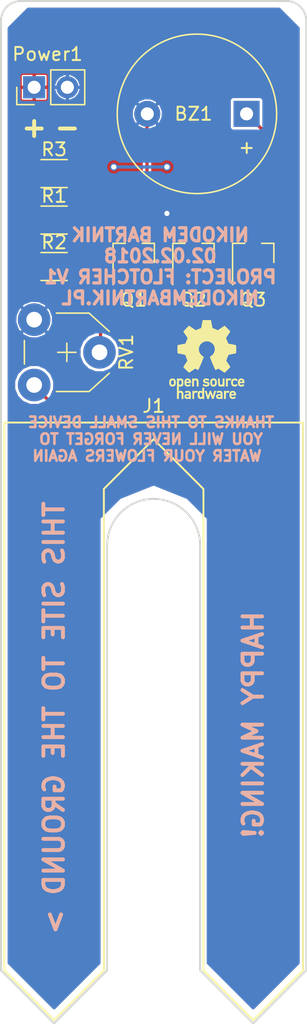
<source format=kicad_pcb>
(kicad_pcb (version 4) (host pcbnew 4.0.7)

  (general
    (links 15)
    (no_connects 0)
    (area 140.132999 77.648999 163.651001 156.031001)
    (thickness 1.6)
    (drawings 21)
    (tracks 63)
    (zones 0)
    (modules 11)
    (nets 10)
  )

  (page A4)
  (layers
    (0 F.Cu signal)
    (31 B.Cu signal)
    (32 B.Adhes user)
    (33 F.Adhes user)
    (34 B.Paste user)
    (35 F.Paste user)
    (36 B.SilkS user)
    (37 F.SilkS user)
    (38 B.Mask user)
    (39 F.Mask user)
    (40 Dwgs.User user)
    (41 Cmts.User user)
    (42 Eco1.User user)
    (43 Eco2.User user)
    (44 Edge.Cuts user)
    (45 Margin user)
    (46 B.CrtYd user)
    (47 F.CrtYd user)
    (48 B.Fab user)
    (49 F.Fab user hide)
  )

  (setup
    (last_trace_width 0.25)
    (trace_clearance 0.2)
    (zone_clearance 0.2)
    (zone_45_only no)
    (trace_min 0.2)
    (segment_width 0.2)
    (edge_width 0.15)
    (via_size 0.6)
    (via_drill 0.4)
    (via_min_size 0.4)
    (via_min_drill 0.3)
    (uvia_size 0.3)
    (uvia_drill 0.1)
    (uvias_allowed no)
    (uvia_min_size 0.2)
    (uvia_min_drill 0.1)
    (pcb_text_width 0.3)
    (pcb_text_size 1.5 1.5)
    (mod_edge_width 0.15)
    (mod_text_size 1 1)
    (mod_text_width 0.15)
    (pad_size 5 40)
    (pad_drill 0)
    (pad_to_mask_clearance 0.2)
    (aux_axis_origin 0 0)
    (visible_elements 7FFFFFFF)
    (pcbplotparams
      (layerselection 0x010f0_80000001)
      (usegerberextensions false)
      (excludeedgelayer true)
      (linewidth 0.100000)
      (plotframeref false)
      (viasonmask false)
      (mode 1)
      (useauxorigin false)
      (hpglpennumber 1)
      (hpglpenspeed 20)
      (hpglpendiameter 15)
      (hpglpenoverlay 2)
      (psnegative false)
      (psa4output false)
      (plotreference true)
      (plotvalue true)
      (plotinvisibletext false)
      (padsonsilk false)
      (subtractmaskfromsilk false)
      (outputformat 1)
      (mirror false)
      (drillshape 0)
      (scaleselection 1)
      (outputdirectory ""))
  )

  (net 0 "")
  (net 1 "Net-(BZ1-Pad1)")
  (net 2 GND)
  (net 3 VCC)
  (net 4 "Net-(Q1-Pad1)")
  (net 5 "Net-(Q1-Pad3)")
  (net 6 "Net-(Q2-Pad2)")
  (net 7 "Net-(R1-Pad1)")
  (net 8 "Net-(R1-Pad2)")
  (net 9 "Net-(J1-Pad1)")

  (net_class Default "To jest domyślna klasa połączeń."
    (clearance 0.2)
    (trace_width 0.25)
    (via_dia 0.6)
    (via_drill 0.4)
    (uvia_dia 0.3)
    (uvia_drill 0.1)
    (add_net GND)
    (add_net "Net-(BZ1-Pad1)")
    (add_net "Net-(J1-Pad1)")
    (add_net "Net-(Q1-Pad1)")
    (add_net "Net-(Q1-Pad3)")
    (add_net "Net-(Q2-Pad2)")
    (add_net "Net-(R1-Pad1)")
    (add_net "Net-(R1-Pad2)")
    (add_net VCC)
  )

  (module myfootprint:MoistureSensor (layer F.Cu) (tedit 5A74A973) (tstamp 5A749CEB)
    (at 151.892 131.572)
    (path /5A74915C)
    (fp_text reference J1 (at 0 -22.86) (layer F.SilkS)
      (effects (font (size 1 1) (thickness 0.15)))
    )
    (fp_text value Conn_01x02 (at -11.43 -3.81) (layer F.Fab)
      (effects (font (size 1 1) (thickness 0.15)))
    )
    (fp_line (start -11.43 -20.32) (end -11.43 19.05) (layer F.SilkS) (width 0.15))
    (fp_line (start -11.43 19.05) (end -11.43 20.32) (layer F.SilkS) (width 0.15))
    (fp_line (start -11.43 20.32) (end -7.62 24.13) (layer F.SilkS) (width 0.15))
    (fp_line (start -7.62 24.13) (end -3.81 20.32) (layer F.SilkS) (width 0.15))
    (fp_line (start -3.81 20.32) (end -3.81 -16.51) (layer F.SilkS) (width 0.15))
    (fp_line (start -3.81 -16.51) (end 0 -20.32) (layer F.SilkS) (width 0.15))
    (fp_line (start 0 -20.32) (end 3.81 -16.51) (layer F.SilkS) (width 0.15))
    (fp_line (start 3.81 -16.51) (end 3.81 20.32) (layer F.SilkS) (width 0.15))
    (fp_line (start 3.81 20.32) (end 7.62 24.13) (layer F.SilkS) (width 0.15))
    (fp_line (start 7.62 24.13) (end 11.43 20.32) (layer F.SilkS) (width 0.15))
    (fp_line (start 11.43 20.32) (end 11.43 -20.32) (layer F.SilkS) (width 0.15))
    (fp_line (start 11.43 -20.32) (end 11.43 -21.59) (layer F.SilkS) (width 0.15))
    (fp_line (start 11.43 -21.59) (end -11.43 -21.59) (layer F.SilkS) (width 0.15))
    (fp_line (start -11.43 -21.59) (end -11.43 -20.32) (layer F.SilkS) (width 0.15))
    (pad 1 connect rect (at -7.62 0) (size 5 40) (layers F.Cu F.Mask)
      (net 9 "Net-(J1-Pad1)"))
    (pad 2 connect rect (at 7.62 0) (size 5 40) (layers F.Cu F.Mask)
      (net 3 VCC))
  )

  (module Resistors_SMD:R_1206_HandSoldering (layer F.Cu) (tedit 58E0A804) (tstamp 5A736C48)
    (at 144.272 90.932)
    (descr "Resistor SMD 1206, hand soldering")
    (tags "resistor 1206")
    (path /5A735BB4)
    (attr smd)
    (fp_text reference R3 (at 0 -1.85) (layer F.SilkS)
      (effects (font (size 1 1) (thickness 0.15)))
    )
    (fp_text value 1M (at 0 1.9) (layer F.Fab)
      (effects (font (size 1 1) (thickness 0.15)))
    )
    (fp_text user %R (at 0 0) (layer F.Fab)
      (effects (font (size 0.7 0.7) (thickness 0.105)))
    )
    (fp_line (start -1.6 0.8) (end -1.6 -0.8) (layer F.Fab) (width 0.1))
    (fp_line (start 1.6 0.8) (end -1.6 0.8) (layer F.Fab) (width 0.1))
    (fp_line (start 1.6 -0.8) (end 1.6 0.8) (layer F.Fab) (width 0.1))
    (fp_line (start -1.6 -0.8) (end 1.6 -0.8) (layer F.Fab) (width 0.1))
    (fp_line (start 1 1.07) (end -1 1.07) (layer F.SilkS) (width 0.12))
    (fp_line (start -1 -1.07) (end 1 -1.07) (layer F.SilkS) (width 0.12))
    (fp_line (start -3.25 -1.11) (end 3.25 -1.11) (layer F.CrtYd) (width 0.05))
    (fp_line (start -3.25 -1.11) (end -3.25 1.1) (layer F.CrtYd) (width 0.05))
    (fp_line (start 3.25 1.1) (end 3.25 -1.11) (layer F.CrtYd) (width 0.05))
    (fp_line (start 3.25 1.1) (end -3.25 1.1) (layer F.CrtYd) (width 0.05))
    (pad 1 smd rect (at -2 0) (size 2 1.7) (layers F.Cu F.Paste F.Mask)
      (net 3 VCC))
    (pad 2 smd rect (at 2 0) (size 2 1.7) (layers F.Cu F.Paste F.Mask)
      (net 5 "Net-(Q1-Pad3)"))
    (model ${KISYS3DMOD}/Resistors_SMD.3dshapes/R_1206.wrl
      (at (xyz 0 0 0))
      (scale (xyz 1 1 1))
      (rotate (xyz 0 0 0))
    )
  )

  (module Buzzers_Beepers:Buzzer_12x9.5RM7.6 (layer F.Cu) (tedit 5A74A619) (tstamp 5A736C1B)
    (at 159.004 86.36 180)
    (descr "Generic Buzzer, D12mm height 9.5mm with RM7.6mm")
    (tags buzzer)
    (path /5A735C03)
    (fp_text reference BZ1 (at 4.064 0 180) (layer F.SilkS)
      (effects (font (size 1 1) (thickness 0.15)))
    )
    (fp_text value Buzzer (at 3.8 7.4 180) (layer F.Fab)
      (effects (font (size 1 1) (thickness 0.15)))
    )
    (fp_text user + (at -0.01 -2.54 180) (layer F.Fab)
      (effects (font (size 1 1) (thickness 0.15)))
    )
    (fp_text user + (at -0.01 -2.54 180) (layer F.SilkS)
      (effects (font (size 1 1) (thickness 0.15)))
    )
    (fp_text user %R (at 3.8 -4 180) (layer F.Fab)
      (effects (font (size 1 1) (thickness 0.15)))
    )
    (fp_circle (center 3.8 0) (end 10.05 0) (layer F.CrtYd) (width 0.05))
    (fp_circle (center 3.8 0) (end 9.8 0) (layer F.Fab) (width 0.1))
    (fp_circle (center 3.8 0) (end 4.8 0) (layer F.Fab) (width 0.1))
    (fp_circle (center 3.8 0) (end 9.9 0) (layer F.SilkS) (width 0.12))
    (pad 1 thru_hole rect (at 0 0 180) (size 2 2) (drill 1) (layers *.Cu *.Mask)
      (net 1 "Net-(BZ1-Pad1)"))
    (pad 2 thru_hole circle (at 7.6 0 180) (size 2 2) (drill 1) (layers *.Cu *.Mask)
      (net 2 GND))
    (model ${KISYS3DMOD}/Buzzers_Beepers.3dshapes/Buzzer_12x9.5RM7.6.wrl
      (at (xyz 0.15 0 0))
      (scale (xyz 4 4 4))
      (rotate (xyz 0 0 0))
    )
  )

  (module Pin_Headers:Pin_Header_Straight_1x02_Pitch2.54mm (layer F.Cu) (tedit 5A74A090) (tstamp 5A736C21)
    (at 142.748 84.328 90)
    (descr "Through hole straight pin header, 1x02, 2.54mm pitch, single row")
    (tags "Through hole pin header THT 1x02 2.54mm single row")
    (path /5A735C3A)
    (fp_text reference Power1 (at 2.54 1.016 180) (layer F.SilkS)
      (effects (font (size 1 1) (thickness 0.15)))
    )
    (fp_text value Conn_01x02 (at 0 4.87 90) (layer F.Fab)
      (effects (font (size 1 1) (thickness 0.15)))
    )
    (fp_line (start -0.635 -1.27) (end 1.27 -1.27) (layer F.Fab) (width 0.1))
    (fp_line (start 1.27 -1.27) (end 1.27 3.81) (layer F.Fab) (width 0.1))
    (fp_line (start 1.27 3.81) (end -1.27 3.81) (layer F.Fab) (width 0.1))
    (fp_line (start -1.27 3.81) (end -1.27 -0.635) (layer F.Fab) (width 0.1))
    (fp_line (start -1.27 -0.635) (end -0.635 -1.27) (layer F.Fab) (width 0.1))
    (fp_line (start -1.33 3.87) (end 1.33 3.87) (layer F.SilkS) (width 0.12))
    (fp_line (start -1.33 1.27) (end -1.33 3.87) (layer F.SilkS) (width 0.12))
    (fp_line (start 1.33 1.27) (end 1.33 3.87) (layer F.SilkS) (width 0.12))
    (fp_line (start -1.33 1.27) (end 1.33 1.27) (layer F.SilkS) (width 0.12))
    (fp_line (start -1.33 0) (end -1.33 -1.33) (layer F.SilkS) (width 0.12))
    (fp_line (start -1.33 -1.33) (end 0 -1.33) (layer F.SilkS) (width 0.12))
    (fp_line (start -1.8 -1.8) (end -1.8 4.35) (layer F.CrtYd) (width 0.05))
    (fp_line (start -1.8 4.35) (end 1.8 4.35) (layer F.CrtYd) (width 0.05))
    (fp_line (start 1.8 4.35) (end 1.8 -1.8) (layer F.CrtYd) (width 0.05))
    (fp_line (start 1.8 -1.8) (end -1.8 -1.8) (layer F.CrtYd) (width 0.05))
    (fp_text user %R (at 0 1.27 180) (layer F.Fab)
      (effects (font (size 1 1) (thickness 0.15)))
    )
    (pad 1 thru_hole rect (at 0 0 90) (size 1.7 1.7) (drill 1) (layers *.Cu *.Mask)
      (net 3 VCC))
    (pad 2 thru_hole oval (at 0 2.54 90) (size 1.7 1.7) (drill 1) (layers *.Cu *.Mask)
      (net 2 GND))
    (model ${KISYS3DMOD}/Pin_Headers.3dshapes/Pin_Header_Straight_1x02_Pitch2.54mm.wrl
      (at (xyz 0 0 0))
      (scale (xyz 1 1 1))
      (rotate (xyz 0 0 0))
    )
  )

  (module Resistors_SMD:R_1206_HandSoldering (layer F.Cu) (tedit 58E0A804) (tstamp 5A736C3C)
    (at 144.272 94.488)
    (descr "Resistor SMD 1206, hand soldering")
    (tags "resistor 1206")
    (path /5A735B2F)
    (attr smd)
    (fp_text reference R1 (at 0 -1.85) (layer F.SilkS)
      (effects (font (size 1 1) (thickness 0.15)))
    )
    (fp_text value 47k (at 0 1.9) (layer F.Fab)
      (effects (font (size 1 1) (thickness 0.15)))
    )
    (fp_text user %R (at 0 0) (layer F.Fab)
      (effects (font (size 0.7 0.7) (thickness 0.105)))
    )
    (fp_line (start -1.6 0.8) (end -1.6 -0.8) (layer F.Fab) (width 0.1))
    (fp_line (start 1.6 0.8) (end -1.6 0.8) (layer F.Fab) (width 0.1))
    (fp_line (start 1.6 -0.8) (end 1.6 0.8) (layer F.Fab) (width 0.1))
    (fp_line (start -1.6 -0.8) (end 1.6 -0.8) (layer F.Fab) (width 0.1))
    (fp_line (start 1 1.07) (end -1 1.07) (layer F.SilkS) (width 0.12))
    (fp_line (start -1 -1.07) (end 1 -1.07) (layer F.SilkS) (width 0.12))
    (fp_line (start -3.25 -1.11) (end 3.25 -1.11) (layer F.CrtYd) (width 0.05))
    (fp_line (start -3.25 -1.11) (end -3.25 1.1) (layer F.CrtYd) (width 0.05))
    (fp_line (start 3.25 1.1) (end 3.25 -1.11) (layer F.CrtYd) (width 0.05))
    (fp_line (start 3.25 1.1) (end -3.25 1.1) (layer F.CrtYd) (width 0.05))
    (pad 1 smd rect (at -2 0) (size 2 1.7) (layers F.Cu F.Paste F.Mask)
      (net 7 "Net-(R1-Pad1)"))
    (pad 2 smd rect (at 2 0) (size 2 1.7) (layers F.Cu F.Paste F.Mask)
      (net 8 "Net-(R1-Pad2)"))
    (model ${KISYS3DMOD}/Resistors_SMD.3dshapes/R_1206.wrl
      (at (xyz 0 0 0))
      (scale (xyz 1 1 1))
      (rotate (xyz 0 0 0))
    )
  )

  (module Resistors_SMD:R_1206_HandSoldering (layer F.Cu) (tedit 58E0A804) (tstamp 5A736C42)
    (at 144.272 98.044)
    (descr "Resistor SMD 1206, hand soldering")
    (tags "resistor 1206")
    (path /5A735B88)
    (attr smd)
    (fp_text reference R2 (at 0 -1.85) (layer F.SilkS)
      (effects (font (size 1 1) (thickness 0.15)))
    )
    (fp_text value 1M (at 0 1.9) (layer F.Fab)
      (effects (font (size 1 1) (thickness 0.15)))
    )
    (fp_text user %R (at 0 0) (layer F.Fab)
      (effects (font (size 0.7 0.7) (thickness 0.105)))
    )
    (fp_line (start -1.6 0.8) (end -1.6 -0.8) (layer F.Fab) (width 0.1))
    (fp_line (start 1.6 0.8) (end -1.6 0.8) (layer F.Fab) (width 0.1))
    (fp_line (start 1.6 -0.8) (end 1.6 0.8) (layer F.Fab) (width 0.1))
    (fp_line (start -1.6 -0.8) (end 1.6 -0.8) (layer F.Fab) (width 0.1))
    (fp_line (start 1 1.07) (end -1 1.07) (layer F.SilkS) (width 0.12))
    (fp_line (start -1 -1.07) (end 1 -1.07) (layer F.SilkS) (width 0.12))
    (fp_line (start -3.25 -1.11) (end 3.25 -1.11) (layer F.CrtYd) (width 0.05))
    (fp_line (start -3.25 -1.11) (end -3.25 1.1) (layer F.CrtYd) (width 0.05))
    (fp_line (start 3.25 1.1) (end 3.25 -1.11) (layer F.CrtYd) (width 0.05))
    (fp_line (start 3.25 1.1) (end -3.25 1.1) (layer F.CrtYd) (width 0.05))
    (pad 1 smd rect (at -2 0) (size 2 1.7) (layers F.Cu F.Paste F.Mask)
      (net 7 "Net-(R1-Pad1)"))
    (pad 2 smd rect (at 2 0) (size 2 1.7) (layers F.Cu F.Paste F.Mask)
      (net 4 "Net-(Q1-Pad1)"))
    (model ${KISYS3DMOD}/Resistors_SMD.3dshapes/R_1206.wrl
      (at (xyz 0 0 0))
      (scale (xyz 1 1 1))
      (rotate (xyz 0 0 0))
    )
  )

  (module Potentiometers:Potentiometer_Trimmer_VishaySpectrol_Econtrim-Type36T (layer F.Cu) (tedit 588234B0) (tstamp 5A736C4F)
    (at 142.748 102.108 270)
    (descr "Potentiometer, Trimmer, Spectrol Type 36T, Econtrim, Rev A, 02 Aug 2010,")
    (tags "Potentiometer Trimmer Spectrol Type 36T Econtrim Rev A 02 Aug 2010 ")
    (path /5A735BC2)
    (fp_text reference RV1 (at 2.5 -7.05 270) (layer F.SilkS)
      (effects (font (size 1 1) (thickness 0.15)))
    )
    (fp_text value 10K (at 2.5 2.05 270) (layer F.Fab)
      (effects (font (size 1 1) (thickness 0.15)))
    )
    (fp_line (start -0.4 -4.15) (end 1.1 -5.8) (layer F.Fab) (width 0.1))
    (fp_line (start 1.1 -5.8) (end 1.5 -5.8) (layer F.Fab) (width 0.1))
    (fp_line (start -0.4 -4.15) (end -0.4 0.65) (layer F.Fab) (width 0.1))
    (fp_line (start -0.4 0.65) (end 5.4 0.65) (layer F.Fab) (width 0.1))
    (fp_line (start 5.4 0.65) (end 5.4 -4.15) (layer F.Fab) (width 0.1))
    (fp_line (start 5.4 -4.15) (end 3.9 -5.8) (layer F.Fab) (width 0.1))
    (fp_line (start 3.9 -5.8) (end 1.15 -5.8) (layer F.Fab) (width 0.1))
    (fp_line (start 1.8 -2.5) (end 3.2 -2.5) (layer F.Fab) (width 0.1))
    (fp_line (start 2.5 -1.8) (end 2.5 -3.2) (layer F.Fab) (width 0.1))
    (fp_line (start 1.6 0.75) (end 3.4 0.75) (layer F.SilkS) (width 0.12))
    (fp_line (start 2.5 -1.8) (end 2.5 -3.2) (layer F.SilkS) (width 0.12))
    (fp_line (start 1.8 -2.5) (end 3.2 -2.5) (layer F.SilkS) (width 0.12))
    (fp_line (start 4.1 -5.75) (end 5.5 -4.2) (layer F.SilkS) (width 0.12))
    (fp_line (start 5.5 -4.2) (end 5.5 -1.7) (layer F.SilkS) (width 0.12))
    (fp_line (start 0.9 -5.75) (end -0.5 -4.2) (layer F.SilkS) (width 0.12))
    (fp_line (start -0.5 -4.2) (end -0.5 -1.7) (layer F.SilkS) (width 0.12))
    (fp_line (start -1.5 -6.5) (end 6.5 -6.5) (layer F.CrtYd) (width 0.05))
    (fp_line (start -1.5 -6.5) (end -1.5 1.5) (layer F.CrtYd) (width 0.05))
    (fp_line (start 6.5 1.5) (end 6.5 -6.5) (layer F.CrtYd) (width 0.05))
    (fp_line (start 6.5 1.5) (end -1.5 1.5) (layer F.CrtYd) (width 0.05))
    (pad 2 thru_hole circle (at 2.5 -5 270) (size 2.5 2.5) (drill 1.2) (layers *.Cu *.Mask)
      (net 8 "Net-(R1-Pad2)"))
    (pad 3 thru_hole circle (at 5 0 270) (size 2.5 2.5) (drill 1.2) (layers *.Cu *.Mask)
      (net 9 "Net-(J1-Pad1)"))
    (pad 1 thru_hole circle (at 0 0 270) (size 2.5 2.5) (drill 1.2) (layers *.Cu *.Mask)
      (net 2 GND))
  )

  (module TO_SOT_Packages_SMD:SOT-23_Handsoldering (layer F.Cu) (tedit 5A74A58E) (tstamp 5A74A52D)
    (at 150.368 97.028 90)
    (descr "SOT-23, Handsoldering")
    (tags SOT-23)
    (path /5A73D719)
    (attr smd)
    (fp_text reference Q1 (at -3.556 0 180) (layer F.SilkS)
      (effects (font (size 1 1) (thickness 0.15)))
    )
    (fp_text value BC847 (at 0 2.5 90) (layer F.Fab)
      (effects (font (size 1 1) (thickness 0.15)))
    )
    (fp_text user %R (at 0 0 180) (layer F.Fab)
      (effects (font (size 0.5 0.5) (thickness 0.075)))
    )
    (fp_line (start 0.76 1.58) (end 0.76 0.65) (layer F.SilkS) (width 0.12))
    (fp_line (start 0.76 -1.58) (end 0.76 -0.65) (layer F.SilkS) (width 0.12))
    (fp_line (start -2.7 -1.75) (end 2.7 -1.75) (layer F.CrtYd) (width 0.05))
    (fp_line (start 2.7 -1.75) (end 2.7 1.75) (layer F.CrtYd) (width 0.05))
    (fp_line (start 2.7 1.75) (end -2.7 1.75) (layer F.CrtYd) (width 0.05))
    (fp_line (start -2.7 1.75) (end -2.7 -1.75) (layer F.CrtYd) (width 0.05))
    (fp_line (start 0.76 -1.58) (end -2.4 -1.58) (layer F.SilkS) (width 0.12))
    (fp_line (start -0.7 -0.95) (end -0.7 1.5) (layer F.Fab) (width 0.1))
    (fp_line (start -0.15 -1.52) (end 0.7 -1.52) (layer F.Fab) (width 0.1))
    (fp_line (start -0.7 -0.95) (end -0.15 -1.52) (layer F.Fab) (width 0.1))
    (fp_line (start 0.7 -1.52) (end 0.7 1.52) (layer F.Fab) (width 0.1))
    (fp_line (start -0.7 1.52) (end 0.7 1.52) (layer F.Fab) (width 0.1))
    (fp_line (start 0.76 1.58) (end -0.7 1.58) (layer F.SilkS) (width 0.12))
    (pad 1 smd rect (at -1.5 -0.95 90) (size 1.9 0.8) (layers F.Cu F.Paste F.Mask)
      (net 4 "Net-(Q1-Pad1)"))
    (pad 2 smd rect (at -1.5 0.95 90) (size 1.9 0.8) (layers F.Cu F.Paste F.Mask)
      (net 2 GND))
    (pad 3 smd rect (at 1.5 0 90) (size 1.9 0.8) (layers F.Cu F.Paste F.Mask)
      (net 5 "Net-(Q1-Pad3)"))
    (model ${KISYS3DMOD}/TO_SOT_Packages_SMD.3dshapes\SOT-23.wrl
      (at (xyz 0 0 0))
      (scale (xyz 1 1 1))
      (rotate (xyz 0 0 0))
    )
  )

  (module TO_SOT_Packages_SMD:SOT-23_Handsoldering (layer F.Cu) (tedit 5A74A592) (tstamp 5A74A533)
    (at 154.94 97.028 90)
    (descr "SOT-23, Handsoldering")
    (tags SOT-23)
    (path /5A73D75C)
    (attr smd)
    (fp_text reference Q2 (at -3.556 0 180) (layer F.SilkS)
      (effects (font (size 1 1) (thickness 0.15)))
    )
    (fp_text value BC847 (at 0 2.5 90) (layer F.Fab)
      (effects (font (size 1 1) (thickness 0.15)))
    )
    (fp_text user %R (at 0 0 180) (layer F.Fab)
      (effects (font (size 0.5 0.5) (thickness 0.075)))
    )
    (fp_line (start 0.76 1.58) (end 0.76 0.65) (layer F.SilkS) (width 0.12))
    (fp_line (start 0.76 -1.58) (end 0.76 -0.65) (layer F.SilkS) (width 0.12))
    (fp_line (start -2.7 -1.75) (end 2.7 -1.75) (layer F.CrtYd) (width 0.05))
    (fp_line (start 2.7 -1.75) (end 2.7 1.75) (layer F.CrtYd) (width 0.05))
    (fp_line (start 2.7 1.75) (end -2.7 1.75) (layer F.CrtYd) (width 0.05))
    (fp_line (start -2.7 1.75) (end -2.7 -1.75) (layer F.CrtYd) (width 0.05))
    (fp_line (start 0.76 -1.58) (end -2.4 -1.58) (layer F.SilkS) (width 0.12))
    (fp_line (start -0.7 -0.95) (end -0.7 1.5) (layer F.Fab) (width 0.1))
    (fp_line (start -0.15 -1.52) (end 0.7 -1.52) (layer F.Fab) (width 0.1))
    (fp_line (start -0.7 -0.95) (end -0.15 -1.52) (layer F.Fab) (width 0.1))
    (fp_line (start 0.7 -1.52) (end 0.7 1.52) (layer F.Fab) (width 0.1))
    (fp_line (start -0.7 1.52) (end 0.7 1.52) (layer F.Fab) (width 0.1))
    (fp_line (start 0.76 1.58) (end -0.7 1.58) (layer F.SilkS) (width 0.12))
    (pad 1 smd rect (at -1.5 -0.95 90) (size 1.9 0.8) (layers F.Cu F.Paste F.Mask)
      (net 5 "Net-(Q1-Pad3)"))
    (pad 2 smd rect (at -1.5 0.95 90) (size 1.9 0.8) (layers F.Cu F.Paste F.Mask)
      (net 6 "Net-(Q2-Pad2)"))
    (pad 3 smd rect (at 1.5 0 90) (size 1.9 0.8) (layers F.Cu F.Paste F.Mask)
      (net 3 VCC))
    (model ${KISYS3DMOD}/TO_SOT_Packages_SMD.3dshapes\SOT-23.wrl
      (at (xyz 0 0 0))
      (scale (xyz 1 1 1))
      (rotate (xyz 0 0 0))
    )
  )

  (module TO_SOT_Packages_SMD:SOT-23_Handsoldering (layer F.Cu) (tedit 5A74A596) (tstamp 5A74A539)
    (at 159.512 97.028 90)
    (descr "SOT-23, Handsoldering")
    (tags SOT-23)
    (path /5A73D573)
    (attr smd)
    (fp_text reference Q3 (at -3.556 0 180) (layer F.SilkS)
      (effects (font (size 1 1) (thickness 0.15)))
    )
    (fp_text value BC847 (at 0 2.5 90) (layer F.Fab)
      (effects (font (size 1 1) (thickness 0.15)))
    )
    (fp_text user %R (at 0 0 180) (layer F.Fab)
      (effects (font (size 0.5 0.5) (thickness 0.075)))
    )
    (fp_line (start 0.76 1.58) (end 0.76 0.65) (layer F.SilkS) (width 0.12))
    (fp_line (start 0.76 -1.58) (end 0.76 -0.65) (layer F.SilkS) (width 0.12))
    (fp_line (start -2.7 -1.75) (end 2.7 -1.75) (layer F.CrtYd) (width 0.05))
    (fp_line (start 2.7 -1.75) (end 2.7 1.75) (layer F.CrtYd) (width 0.05))
    (fp_line (start 2.7 1.75) (end -2.7 1.75) (layer F.CrtYd) (width 0.05))
    (fp_line (start -2.7 1.75) (end -2.7 -1.75) (layer F.CrtYd) (width 0.05))
    (fp_line (start 0.76 -1.58) (end -2.4 -1.58) (layer F.SilkS) (width 0.12))
    (fp_line (start -0.7 -0.95) (end -0.7 1.5) (layer F.Fab) (width 0.1))
    (fp_line (start -0.15 -1.52) (end 0.7 -1.52) (layer F.Fab) (width 0.1))
    (fp_line (start -0.7 -0.95) (end -0.15 -1.52) (layer F.Fab) (width 0.1))
    (fp_line (start 0.7 -1.52) (end 0.7 1.52) (layer F.Fab) (width 0.1))
    (fp_line (start -0.7 1.52) (end 0.7 1.52) (layer F.Fab) (width 0.1))
    (fp_line (start 0.76 1.58) (end -0.7 1.58) (layer F.SilkS) (width 0.12))
    (pad 1 smd rect (at -1.5 -0.95 90) (size 1.9 0.8) (layers F.Cu F.Paste F.Mask)
      (net 6 "Net-(Q2-Pad2)"))
    (pad 2 smd rect (at -1.5 0.95 90) (size 1.9 0.8) (layers F.Cu F.Paste F.Mask)
      (net 1 "Net-(BZ1-Pad1)"))
    (pad 3 smd rect (at 1.5 0 90) (size 1.9 0.8) (layers F.Cu F.Paste F.Mask)
      (net 3 VCC))
    (model ${KISYS3DMOD}/TO_SOT_Packages_SMD.3dshapes\SOT-23.wrl
      (at (xyz 0 0 0))
      (scale (xyz 1 1 1))
      (rotate (xyz 0 0 0))
    )
  )

  (module Symbols:OSHW-Logo_5.7x6mm_SilkScreen (layer F.Cu) (tedit 0) (tstamp 5A74B0C8)
    (at 155.956 105.156)
    (descr "Open Source Hardware Logo")
    (tags "Logo OSHW")
    (attr virtual)
    (fp_text reference REF*** (at 0 0) (layer F.SilkS) hide
      (effects (font (size 1 1) (thickness 0.15)))
    )
    (fp_text value OSHW-Logo_5.7x6mm_SilkScreen (at 0.75 0) (layer F.Fab) hide
      (effects (font (size 1 1) (thickness 0.15)))
    )
    (fp_poly (pts (xy -1.908759 1.469184) (xy -1.882247 1.482282) (xy -1.849553 1.505106) (xy -1.825725 1.529996)
      (xy -1.809406 1.561249) (xy -1.79924 1.603166) (xy -1.793872 1.660044) (xy -1.791944 1.736184)
      (xy -1.791831 1.768917) (xy -1.792161 1.840656) (xy -1.793527 1.891927) (xy -1.7965 1.927404)
      (xy -1.801649 1.951763) (xy -1.809543 1.96968) (xy -1.817757 1.981902) (xy -1.870187 2.033905)
      (xy -1.93193 2.065184) (xy -1.998536 2.074592) (xy -2.065558 2.06098) (xy -2.086792 2.051354)
      (xy -2.137624 2.024859) (xy -2.137624 2.440052) (xy -2.100525 2.420868) (xy -2.051643 2.406025)
      (xy -1.991561 2.402222) (xy -1.931564 2.409243) (xy -1.886256 2.425013) (xy -1.848675 2.455047)
      (xy -1.816564 2.498024) (xy -1.81415 2.502436) (xy -1.803967 2.523221) (xy -1.79653 2.54417)
      (xy -1.791411 2.569548) (xy -1.788181 2.603618) (xy -1.786413 2.650641) (xy -1.785677 2.714882)
      (xy -1.785544 2.787176) (xy -1.785544 3.017822) (xy -1.923861 3.017822) (xy -1.923861 2.592533)
      (xy -1.962549 2.559979) (xy -2.002738 2.53394) (xy -2.040797 2.529205) (xy -2.079066 2.541389)
      (xy -2.099462 2.55332) (xy -2.114642 2.570313) (xy -2.125438 2.595995) (xy -2.132683 2.633991)
      (xy -2.137208 2.687926) (xy -2.139844 2.761425) (xy -2.140772 2.810347) (xy -2.143911 3.011535)
      (xy -2.209926 3.015336) (xy -2.27594 3.019136) (xy -2.27594 1.77065) (xy -2.137624 1.77065)
      (xy -2.134097 1.840254) (xy -2.122215 1.888569) (xy -2.10002 1.918631) (xy -2.065559 1.933471)
      (xy -2.030742 1.936436) (xy -1.991329 1.933028) (xy -1.965171 1.919617) (xy -1.948814 1.901896)
      (xy -1.935937 1.882835) (xy -1.928272 1.861601) (xy -1.924861 1.831849) (xy -1.924749 1.787236)
      (xy -1.925897 1.74988) (xy -1.928532 1.693604) (xy -1.932456 1.656658) (xy -1.939063 1.633223)
      (xy -1.949749 1.61748) (xy -1.959833 1.60838) (xy -2.00197 1.588537) (xy -2.05184 1.585332)
      (xy -2.080476 1.592168) (xy -2.108828 1.616464) (xy -2.127609 1.663728) (xy -2.136712 1.733624)
      (xy -2.137624 1.77065) (xy -2.27594 1.77065) (xy -2.27594 1.458614) (xy -2.206782 1.458614)
      (xy -2.16526 1.460256) (xy -2.143838 1.466087) (xy -2.137626 1.477461) (xy -2.137624 1.477798)
      (xy -2.134742 1.488938) (xy -2.12203 1.487673) (xy -2.096757 1.475433) (xy -2.037869 1.456707)
      (xy -1.971615 1.454739) (xy -1.908759 1.469184)) (layer F.SilkS) (width 0.01))
    (fp_poly (pts (xy -1.38421 2.406555) (xy -1.325055 2.422339) (xy -1.280023 2.450948) (xy -1.248246 2.488419)
      (xy -1.238366 2.504411) (xy -1.231073 2.521163) (xy -1.225974 2.542592) (xy -1.222679 2.572616)
      (xy -1.220797 2.615154) (xy -1.219937 2.674122) (xy -1.219707 2.75344) (xy -1.219703 2.774484)
      (xy -1.219703 3.017822) (xy -1.280059 3.017822) (xy -1.318557 3.015126) (xy -1.347023 3.008295)
      (xy -1.354155 3.004083) (xy -1.373652 2.996813) (xy -1.393566 3.004083) (xy -1.426353 3.01316)
      (xy -1.473978 3.016813) (xy -1.526764 3.015228) (xy -1.575036 3.008589) (xy -1.603218 3.000072)
      (xy -1.657753 2.965063) (xy -1.691835 2.916479) (xy -1.707157 2.851882) (xy -1.707299 2.850223)
      (xy -1.705955 2.821566) (xy -1.584356 2.821566) (xy -1.573726 2.854161) (xy -1.55641 2.872505)
      (xy -1.521652 2.886379) (xy -1.475773 2.891917) (xy -1.428988 2.889191) (xy -1.391514 2.878274)
      (xy -1.381015 2.871269) (xy -1.362668 2.838904) (xy -1.35802 2.802111) (xy -1.35802 2.753763)
      (xy -1.427582 2.753763) (xy -1.493667 2.75885) (xy -1.543764 2.773263) (xy -1.574929 2.795729)
      (xy -1.584356 2.821566) (xy -1.705955 2.821566) (xy -1.703987 2.779647) (xy -1.68071 2.723845)
      (xy -1.636948 2.681647) (xy -1.630899 2.677808) (xy -1.604907 2.665309) (xy -1.572735 2.65774)
      (xy -1.52776 2.654061) (xy -1.474331 2.653216) (xy -1.35802 2.653169) (xy -1.35802 2.604411)
      (xy -1.362953 2.566581) (xy -1.375543 2.541236) (xy -1.377017 2.539887) (xy -1.405034 2.5288)
      (xy -1.447326 2.524503) (xy -1.494064 2.526615) (xy -1.535418 2.534756) (xy -1.559957 2.546965)
      (xy -1.573253 2.556746) (xy -1.587294 2.558613) (xy -1.606671 2.5506) (xy -1.635976 2.530739)
      (xy -1.679803 2.497063) (xy -1.683825 2.493909) (xy -1.681764 2.482236) (xy -1.664568 2.462822)
      (xy -1.638433 2.441248) (xy -1.609552 2.423096) (xy -1.600478 2.418809) (xy -1.56738 2.410256)
      (xy -1.51888 2.404155) (xy -1.464695 2.401708) (xy -1.462161 2.401703) (xy -1.38421 2.406555)) (layer F.SilkS) (width 0.01))
    (fp_poly (pts (xy -0.993356 2.40302) (xy -0.974539 2.40866) (xy -0.968473 2.421053) (xy -0.968218 2.426647)
      (xy -0.967129 2.44223) (xy -0.959632 2.444676) (xy -0.939381 2.433993) (xy -0.927351 2.426694)
      (xy -0.8894 2.411063) (xy -0.844072 2.403334) (xy -0.796544 2.40274) (xy -0.751995 2.408513)
      (xy -0.715602 2.419884) (xy -0.692543 2.436088) (xy -0.687996 2.456355) (xy -0.690291 2.461843)
      (xy -0.70702 2.484626) (xy -0.732963 2.512647) (xy -0.737655 2.517177) (xy -0.762383 2.538005)
      (xy -0.783718 2.544735) (xy -0.813555 2.540038) (xy -0.825508 2.536917) (xy -0.862705 2.529421)
      (xy -0.888859 2.532792) (xy -0.910946 2.544681) (xy -0.931178 2.560635) (xy -0.946079 2.5807)
      (xy -0.956434 2.608702) (xy -0.963029 2.648467) (xy -0.966649 2.703823) (xy -0.968078 2.778594)
      (xy -0.968218 2.82374) (xy -0.968218 3.017822) (xy -1.09396 3.017822) (xy -1.09396 2.401683)
      (xy -1.031089 2.401683) (xy -0.993356 2.40302)) (layer F.SilkS) (width 0.01))
    (fp_poly (pts (xy -0.201188 3.017822) (xy -0.270346 3.017822) (xy -0.310488 3.016645) (xy -0.331394 3.011772)
      (xy -0.338922 3.001186) (xy -0.339505 2.994029) (xy -0.340774 2.979676) (xy -0.348779 2.976923)
      (xy -0.369815 2.985771) (xy -0.386173 2.994029) (xy -0.448977 3.013597) (xy -0.517248 3.014729)
      (xy -0.572752 3.000135) (xy -0.624438 2.964877) (xy -0.663838 2.912835) (xy -0.685413 2.85145)
      (xy -0.685962 2.848018) (xy -0.689167 2.810571) (xy -0.690761 2.756813) (xy -0.690633 2.716155)
      (xy -0.553279 2.716155) (xy -0.550097 2.770194) (xy -0.542859 2.814735) (xy -0.53306 2.839888)
      (xy -0.495989 2.87426) (xy -0.451974 2.886582) (xy -0.406584 2.876618) (xy -0.367797 2.846895)
      (xy -0.353108 2.826905) (xy -0.344519 2.80305) (xy -0.340496 2.76823) (xy -0.339505 2.71593)
      (xy -0.341278 2.664139) (xy -0.345963 2.618634) (xy -0.352603 2.588181) (xy -0.35371 2.585452)
      (xy -0.380491 2.553) (xy -0.419579 2.535183) (xy -0.463315 2.532306) (xy -0.504038 2.544674)
      (xy -0.534087 2.572593) (xy -0.537204 2.578148) (xy -0.546961 2.612022) (xy -0.552277 2.660728)
      (xy -0.553279 2.716155) (xy -0.690633 2.716155) (xy -0.690568 2.69554) (xy -0.689664 2.662563)
      (xy -0.683514 2.580981) (xy -0.670733 2.51973) (xy -0.649471 2.474449) (xy -0.617878 2.440779)
      (xy -0.587207 2.421014) (xy -0.544354 2.40712) (xy -0.491056 2.402354) (xy -0.43648 2.406236)
      (xy -0.389792 2.418282) (xy -0.365124 2.432693) (xy -0.339505 2.455878) (xy -0.339505 2.162773)
      (xy -0.201188 2.162773) (xy -0.201188 3.017822)) (layer F.SilkS) (width 0.01))
    (fp_poly (pts (xy 0.281524 2.404237) (xy 0.331255 2.407971) (xy 0.461291 2.797773) (xy 0.481678 2.728614)
      (xy 0.493946 2.685874) (xy 0.510085 2.628115) (xy 0.527512 2.564625) (xy 0.536726 2.53057)
      (xy 0.571388 2.401683) (xy 0.714391 2.401683) (xy 0.671646 2.536857) (xy 0.650596 2.603342)
      (xy 0.625167 2.683539) (xy 0.59861 2.767193) (xy 0.574902 2.841782) (xy 0.520902 3.011535)
      (xy 0.462598 3.015328) (xy 0.404295 3.019122) (xy 0.372679 2.914734) (xy 0.353182 2.849889)
      (xy 0.331904 2.7784) (xy 0.313308 2.715263) (xy 0.312574 2.71275) (xy 0.298684 2.669969)
      (xy 0.286429 2.640779) (xy 0.277846 2.629741) (xy 0.276082 2.631018) (xy 0.269891 2.64813)
      (xy 0.258128 2.684787) (xy 0.242225 2.736378) (xy 0.223614 2.798294) (xy 0.213543 2.832352)
      (xy 0.159007 3.017822) (xy 0.043264 3.017822) (xy -0.049263 2.725471) (xy -0.075256 2.643462)
      (xy -0.098934 2.568987) (xy -0.11918 2.505544) (xy -0.134874 2.456632) (xy -0.144898 2.425749)
      (xy -0.147945 2.416726) (xy -0.145533 2.407487) (xy -0.126592 2.403441) (xy -0.087177 2.403846)
      (xy -0.081007 2.404152) (xy -0.007914 2.407971) (xy 0.039957 2.58401) (xy 0.057553 2.648211)
      (xy 0.073277 2.704649) (xy 0.085746 2.748422) (xy 0.093574 2.77463) (xy 0.09502 2.778903)
      (xy 0.101014 2.77399) (xy 0.113101 2.748532) (xy 0.129893 2.705997) (xy 0.150003 2.64985)
      (xy 0.167003 2.59913) (xy 0.231794 2.400504) (xy 0.281524 2.404237)) (layer F.SilkS) (width 0.01))
    (fp_poly (pts (xy 1.038411 2.405417) (xy 1.091411 2.41829) (xy 1.106731 2.42511) (xy 1.136428 2.442974)
      (xy 1.15922 2.463093) (xy 1.176083 2.488962) (xy 1.187998 2.524073) (xy 1.195942 2.57192)
      (xy 1.200894 2.635996) (xy 1.203831 2.719794) (xy 1.204947 2.775768) (xy 1.209052 3.017822)
      (xy 1.138932 3.017822) (xy 1.096393 3.016038) (xy 1.074476 3.009942) (xy 1.068812 2.999706)
      (xy 1.065821 2.988637) (xy 1.052451 2.990754) (xy 1.034233 2.999629) (xy 0.988624 3.013233)
      (xy 0.930007 3.016899) (xy 0.868354 3.010903) (xy 0.813638 2.995521) (xy 0.80873 2.993386)
      (xy 0.758723 2.958255) (xy 0.725756 2.909419) (xy 0.710587 2.852333) (xy 0.711746 2.831824)
      (xy 0.835508 2.831824) (xy 0.846413 2.859425) (xy 0.878745 2.879204) (xy 0.93091 2.889819)
      (xy 0.958787 2.891228) (xy 1.005247 2.88762) (xy 1.036129 2.873597) (xy 1.043664 2.866931)
      (xy 1.064076 2.830666) (xy 1.068812 2.797773) (xy 1.068812 2.753763) (xy 1.007513 2.753763)
      (xy 0.936256 2.757395) (xy 0.886276 2.768818) (xy 0.854696 2.788824) (xy 0.847626 2.797743)
      (xy 0.835508 2.831824) (xy 0.711746 2.831824) (xy 0.713971 2.792456) (xy 0.736663 2.735244)
      (xy 0.767624 2.69658) (xy 0.786376 2.679864) (xy 0.804733 2.668878) (xy 0.828619 2.66218)
      (xy 0.863957 2.658326) (xy 0.916669 2.655873) (xy 0.937577 2.655168) (xy 1.068812 2.650879)
      (xy 1.06862 2.611158) (xy 1.063537 2.569405) (xy 1.045162 2.544158) (xy 1.008039 2.52803)
      (xy 1.007043 2.527742) (xy 0.95441 2.5214) (xy 0.902906 2.529684) (xy 0.86463 2.549827)
      (xy 0.849272 2.559773) (xy 0.83273 2.558397) (xy 0.807275 2.543987) (xy 0.792328 2.533817)
      (xy 0.763091 2.512088) (xy 0.74498 2.4958) (xy 0.742074 2.491137) (xy 0.75404 2.467005)
      (xy 0.789396 2.438185) (xy 0.804753 2.428461) (xy 0.848901 2.411714) (xy 0.908398 2.402227)
      (xy 0.974487 2.400095) (xy 1.038411 2.405417)) (layer F.SilkS) (width 0.01))
    (fp_poly (pts (xy 1.635255 2.401486) (xy 1.683595 2.411015) (xy 1.711114 2.425125) (xy 1.740064 2.448568)
      (xy 1.698876 2.500571) (xy 1.673482 2.532064) (xy 1.656238 2.547428) (xy 1.639102 2.549776)
      (xy 1.614027 2.542217) (xy 1.602257 2.537941) (xy 1.55427 2.531631) (xy 1.510324 2.545156)
      (xy 1.47806 2.57571) (xy 1.472819 2.585452) (xy 1.467112 2.611258) (xy 1.462706 2.658817)
      (xy 1.459811 2.724758) (xy 1.458631 2.80571) (xy 1.458614 2.817226) (xy 1.458614 3.017822)
      (xy 1.320297 3.017822) (xy 1.320297 2.401683) (xy 1.389456 2.401683) (xy 1.429333 2.402725)
      (xy 1.450107 2.407358) (xy 1.457789 2.417849) (xy 1.458614 2.427745) (xy 1.458614 2.453806)
      (xy 1.491745 2.427745) (xy 1.529735 2.409965) (xy 1.58077 2.401174) (xy 1.635255 2.401486)) (layer F.SilkS) (width 0.01))
    (fp_poly (pts (xy 2.032581 2.40497) (xy 2.092685 2.420597) (xy 2.143021 2.452848) (xy 2.167393 2.47694)
      (xy 2.207345 2.533895) (xy 2.230242 2.599965) (xy 2.238108 2.681182) (xy 2.238148 2.687748)
      (xy 2.238218 2.753763) (xy 1.858264 2.753763) (xy 1.866363 2.788342) (xy 1.880987 2.819659)
      (xy 1.906581 2.852291) (xy 1.911935 2.8575) (xy 1.957943 2.885694) (xy 2.01041 2.890475)
      (xy 2.070803 2.871926) (xy 2.08104 2.866931) (xy 2.112439 2.851745) (xy 2.13347 2.843094)
      (xy 2.137139 2.842293) (xy 2.149948 2.850063) (xy 2.174378 2.869072) (xy 2.186779 2.87946)
      (xy 2.212476 2.903321) (xy 2.220915 2.919077) (xy 2.215058 2.933571) (xy 2.211928 2.937534)
      (xy 2.190725 2.954879) (xy 2.155738 2.975959) (xy 2.131337 2.988265) (xy 2.062072 3.009946)
      (xy 1.985388 3.016971) (xy 1.912765 3.008647) (xy 1.892426 3.002686) (xy 1.829476 2.968952)
      (xy 1.782815 2.917045) (xy 1.752173 2.846459) (xy 1.737282 2.756692) (xy 1.735647 2.709753)
      (xy 1.740421 2.641413) (xy 1.86099 2.641413) (xy 1.872652 2.646465) (xy 1.903998 2.650429)
      (xy 1.949571 2.652768) (xy 1.980446 2.653169) (xy 2.035981 2.652783) (xy 2.071033 2.650975)
      (xy 2.090262 2.646773) (xy 2.09833 2.639203) (xy 2.099901 2.628218) (xy 2.089121 2.594381)
      (xy 2.06198 2.56094) (xy 2.026277 2.535272) (xy 1.99056 2.524772) (xy 1.942048 2.534086)
      (xy 1.900053 2.561013) (xy 1.870936 2.599827) (xy 1.86099 2.641413) (xy 1.740421 2.641413)
      (xy 1.742599 2.610236) (xy 1.764055 2.530949) (xy 1.80047 2.471263) (xy 1.852297 2.430549)
      (xy 1.91999 2.408179) (xy 1.956662 2.403871) (xy 2.032581 2.40497)) (layer F.SilkS) (width 0.01))
    (fp_poly (pts (xy -2.538261 1.465148) (xy -2.472479 1.494231) (xy -2.42254 1.542793) (xy -2.388374 1.610908)
      (xy -2.369907 1.698651) (xy -2.368583 1.712351) (xy -2.367546 1.808939) (xy -2.380993 1.893602)
      (xy -2.408108 1.962221) (xy -2.422627 1.984294) (xy -2.473201 2.031011) (xy -2.537609 2.061268)
      (xy -2.609666 2.073824) (xy -2.683185 2.067439) (xy -2.739072 2.047772) (xy -2.787132 2.014629)
      (xy -2.826412 1.971175) (xy -2.827092 1.970158) (xy -2.843044 1.943338) (xy -2.85341 1.916368)
      (xy -2.859688 1.882332) (xy -2.863373 1.83431) (xy -2.864997 1.794931) (xy -2.865672 1.759219)
      (xy -2.739955 1.759219) (xy -2.738726 1.79477) (xy -2.734266 1.842094) (xy -2.726397 1.872465)
      (xy -2.712207 1.894072) (xy -2.698917 1.906694) (xy -2.651802 1.933122) (xy -2.602505 1.936653)
      (xy -2.556593 1.917639) (xy -2.533638 1.896331) (xy -2.517096 1.874859) (xy -2.507421 1.854313)
      (xy -2.503174 1.827574) (xy -2.50292 1.787523) (xy -2.504228 1.750638) (xy -2.507043 1.697947)
      (xy -2.511505 1.663772) (xy -2.519548 1.64148) (xy -2.533103 1.624442) (xy -2.543845 1.614703)
      (xy -2.588777 1.589123) (xy -2.637249 1.587847) (xy -2.677894 1.602999) (xy -2.712567 1.634642)
      (xy -2.733224 1.68662) (xy -2.739955 1.759219) (xy -2.865672 1.759219) (xy -2.866479 1.716621)
      (xy -2.863948 1.658056) (xy -2.856362 1.614007) (xy -2.842681 1.579248) (xy -2.821865 1.548551)
      (xy -2.814147 1.539436) (xy -2.765889 1.494021) (xy -2.714128 1.467493) (xy -2.650828 1.456379)
      (xy -2.619961 1.455471) (xy -2.538261 1.465148)) (layer F.SilkS) (width 0.01))
    (fp_poly (pts (xy -1.356699 1.472614) (xy -1.344168 1.478514) (xy -1.300799 1.510283) (xy -1.25979 1.556646)
      (xy -1.229168 1.607696) (xy -1.220459 1.631166) (xy -1.212512 1.673091) (xy -1.207774 1.723757)
      (xy -1.207199 1.744679) (xy -1.207129 1.810693) (xy -1.587083 1.810693) (xy -1.578983 1.845273)
      (xy -1.559104 1.88617) (xy -1.524347 1.921514) (xy -1.482998 1.944282) (xy -1.456649 1.94901)
      (xy -1.420916 1.943273) (xy -1.378282 1.928882) (xy -1.363799 1.922262) (xy -1.31024 1.895513)
      (xy -1.264533 1.930376) (xy -1.238158 1.953955) (xy -1.224124 1.973417) (xy -1.223414 1.979129)
      (xy -1.235951 1.992973) (xy -1.263428 2.014012) (xy -1.288366 2.030425) (xy -1.355664 2.05993)
      (xy -1.43111 2.073284) (xy -1.505888 2.069812) (xy -1.565495 2.051663) (xy -1.626941 2.012784)
      (xy -1.670608 1.961595) (xy -1.697926 1.895367) (xy -1.710322 1.811371) (xy -1.711421 1.772936)
      (xy -1.707022 1.684861) (xy -1.706482 1.682299) (xy -1.580582 1.682299) (xy -1.577115 1.690558)
      (xy -1.562863 1.695113) (xy -1.53347 1.697065) (xy -1.484575 1.697517) (xy -1.465748 1.697525)
      (xy -1.408467 1.696843) (xy -1.372141 1.694364) (xy -1.352604 1.689443) (xy -1.34569 1.681434)
      (xy -1.345445 1.678862) (xy -1.353336 1.658423) (xy -1.373085 1.629789) (xy -1.381575 1.619763)
      (xy -1.413094 1.591408) (xy -1.445949 1.580259) (xy -1.463651 1.579327) (xy -1.511539 1.590981)
      (xy -1.551699 1.622285) (xy -1.577173 1.667752) (xy -1.577625 1.669233) (xy -1.580582 1.682299)
      (xy -1.706482 1.682299) (xy -1.692392 1.61551) (xy -1.666038 1.560025) (xy -1.633807 1.520639)
      (xy -1.574217 1.477931) (xy -1.504168 1.455109) (xy -1.429661 1.453046) (xy -1.356699 1.472614)) (layer F.SilkS) (width 0.01))
    (fp_poly (pts (xy 0.014017 1.456452) (xy 0.061634 1.465482) (xy 0.111034 1.48437) (xy 0.116312 1.486777)
      (xy 0.153774 1.506476) (xy 0.179717 1.524781) (xy 0.188103 1.536508) (xy 0.180117 1.555632)
      (xy 0.16072 1.58385) (xy 0.15211 1.594384) (xy 0.116628 1.635847) (xy 0.070885 1.608858)
      (xy 0.02735 1.590878) (xy -0.02295 1.581267) (xy -0.071188 1.58066) (xy -0.108533 1.589691)
      (xy -0.117495 1.595327) (xy -0.134563 1.621171) (xy -0.136637 1.650941) (xy -0.123866 1.674197)
      (xy -0.116312 1.678708) (xy -0.093675 1.684309) (xy -0.053885 1.690892) (xy -0.004834 1.697183)
      (xy 0.004215 1.69817) (xy 0.082996 1.711798) (xy 0.140136 1.734946) (xy 0.17803 1.769752)
      (xy 0.199079 1.818354) (xy 0.205635 1.877718) (xy 0.196577 1.945198) (xy 0.167164 1.998188)
      (xy 0.117278 2.036783) (xy 0.0468 2.061081) (xy -0.031435 2.070667) (xy -0.095234 2.070552)
      (xy -0.146984 2.061845) (xy -0.182327 2.049825) (xy -0.226983 2.02888) (xy -0.268253 2.004574)
      (xy -0.282921 1.993876) (xy -0.320643 1.963084) (xy -0.275148 1.917049) (xy -0.229653 1.871013)
      (xy -0.177928 1.905243) (xy -0.126048 1.930952) (xy -0.070649 1.944399) (xy -0.017395 1.945818)
      (xy 0.028049 1.935443) (xy 0.060016 1.913507) (xy 0.070338 1.894998) (xy 0.068789 1.865314)
      (xy 0.04314 1.842615) (xy -0.00654 1.82694) (xy -0.060969 1.819695) (xy -0.144736 1.805873)
      (xy -0.206967 1.779796) (xy -0.248493 1.740699) (xy -0.270147 1.68782) (xy -0.273147 1.625126)
      (xy -0.258329 1.559642) (xy -0.224546 1.510144) (xy -0.171495 1.476408) (xy -0.098874 1.458207)
      (xy -0.045072 1.454639) (xy 0.014017 1.456452)) (layer F.SilkS) (width 0.01))
    (fp_poly (pts (xy 0.610762 1.466055) (xy 0.674363 1.500692) (xy 0.724123 1.555372) (xy 0.747568 1.599842)
      (xy 0.757634 1.639121) (xy 0.764156 1.695116) (xy 0.766951 1.759621) (xy 0.765836 1.824429)
      (xy 0.760626 1.881334) (xy 0.754541 1.911727) (xy 0.734014 1.953306) (xy 0.698463 1.997468)
      (xy 0.655619 2.036087) (xy 0.613211 2.061034) (xy 0.612177 2.06143) (xy 0.559553 2.072331)
      (xy 0.497188 2.072601) (xy 0.437924 2.062676) (xy 0.41504 2.054722) (xy 0.356102 2.0213)
      (xy 0.31389 1.977511) (xy 0.286156 1.919538) (xy 0.270651 1.843565) (xy 0.267143 1.803771)
      (xy 0.26759 1.753766) (xy 0.402376 1.753766) (xy 0.406917 1.826732) (xy 0.419986 1.882334)
      (xy 0.440756 1.917861) (xy 0.455552 1.92802) (xy 0.493464 1.935104) (xy 0.538527 1.933007)
      (xy 0.577487 1.922812) (xy 0.587704 1.917204) (xy 0.614659 1.884538) (xy 0.632451 1.834545)
      (xy 0.640024 1.773705) (xy 0.636325 1.708497) (xy 0.628057 1.669253) (xy 0.60432 1.623805)
      (xy 0.566849 1.595396) (xy 0.52172 1.585573) (xy 0.475011 1.595887) (xy 0.439132 1.621112)
      (xy 0.420277 1.641925) (xy 0.409272 1.662439) (xy 0.404026 1.690203) (xy 0.402449 1.732762)
      (xy 0.402376 1.753766) (xy 0.26759 1.753766) (xy 0.268094 1.69758) (xy 0.285388 1.610501)
      (xy 0.319029 1.54253) (xy 0.369018 1.493664) (xy 0.435356 1.463899) (xy 0.449601 1.460448)
      (xy 0.53521 1.452345) (xy 0.610762 1.466055)) (layer F.SilkS) (width 0.01))
    (fp_poly (pts (xy 0.993367 1.654342) (xy 0.994555 1.746563) (xy 0.998897 1.81661) (xy 1.007558 1.867381)
      (xy 1.021704 1.901772) (xy 1.0425 1.922679) (xy 1.07111 1.933) (xy 1.106535 1.935636)
      (xy 1.143636 1.932682) (xy 1.171818 1.921889) (xy 1.192243 1.90036) (xy 1.206079 1.865199)
      (xy 1.214491 1.81351) (xy 1.218643 1.742394) (xy 1.219703 1.654342) (xy 1.219703 1.458614)
      (xy 1.35802 1.458614) (xy 1.35802 2.062179) (xy 1.288862 2.062179) (xy 1.24717 2.060489)
      (xy 1.225701 2.054556) (xy 1.219703 2.043293) (xy 1.216091 2.033261) (xy 1.201714 2.035383)
      (xy 1.172736 2.04958) (xy 1.106319 2.07148) (xy 1.035875 2.069928) (xy 0.968377 2.046147)
      (xy 0.936233 2.027362) (xy 0.911715 2.007022) (xy 0.893804 1.981573) (xy 0.881479 1.947458)
      (xy 0.873723 1.901121) (xy 0.869516 1.839007) (xy 0.86784 1.757561) (xy 0.867624 1.694578)
      (xy 0.867624 1.458614) (xy 0.993367 1.458614) (xy 0.993367 1.654342)) (layer F.SilkS) (width 0.01))
    (fp_poly (pts (xy 2.217226 1.46388) (xy 2.29008 1.49483) (xy 2.313027 1.509895) (xy 2.342354 1.533048)
      (xy 2.360764 1.551253) (xy 2.363961 1.557183) (xy 2.354935 1.57034) (xy 2.331837 1.592667)
      (xy 2.313344 1.60825) (xy 2.262728 1.648926) (xy 2.22276 1.615295) (xy 2.191874 1.593584)
      (xy 2.161759 1.58609) (xy 2.127292 1.58792) (xy 2.072561 1.601528) (xy 2.034886 1.629772)
      (xy 2.011991 1.675433) (xy 2.001597 1.741289) (xy 2.001595 1.741331) (xy 2.002494 1.814939)
      (xy 2.016463 1.868946) (xy 2.044328 1.905716) (xy 2.063325 1.918168) (xy 2.113776 1.933673)
      (xy 2.167663 1.933683) (xy 2.214546 1.918638) (xy 2.225644 1.911287) (xy 2.253476 1.892511)
      (xy 2.275236 1.889434) (xy 2.298704 1.903409) (xy 2.324649 1.92851) (xy 2.365716 1.97088)
      (xy 2.320121 2.008464) (xy 2.249674 2.050882) (xy 2.170233 2.071785) (xy 2.087215 2.070272)
      (xy 2.032694 2.056411) (xy 1.96897 2.022135) (xy 1.918005 1.968212) (xy 1.894851 1.930149)
      (xy 1.876099 1.875536) (xy 1.866715 1.806369) (xy 1.866643 1.731407) (xy 1.875824 1.659409)
      (xy 1.894199 1.599137) (xy 1.897093 1.592958) (xy 1.939952 1.532351) (xy 1.997979 1.488224)
      (xy 2.066591 1.461493) (xy 2.141201 1.453073) (xy 2.217226 1.46388)) (layer F.SilkS) (width 0.01))
    (fp_poly (pts (xy 2.677898 1.456457) (xy 2.710096 1.464279) (xy 2.771825 1.492921) (xy 2.82461 1.536667)
      (xy 2.861141 1.589117) (xy 2.86616 1.600893) (xy 2.873045 1.63174) (xy 2.877864 1.677371)
      (xy 2.879505 1.723492) (xy 2.879505 1.810693) (xy 2.697178 1.810693) (xy 2.621979 1.810978)
      (xy 2.569003 1.812704) (xy 2.535325 1.817181) (xy 2.51802 1.82572) (xy 2.514163 1.83963)
      (xy 2.520829 1.860222) (xy 2.53277 1.884315) (xy 2.56608 1.924525) (xy 2.612368 1.944558)
      (xy 2.668944 1.943905) (xy 2.733031 1.922101) (xy 2.788417 1.895193) (xy 2.834375 1.931532)
      (xy 2.880333 1.967872) (xy 2.837096 2.007819) (xy 2.779374 2.045563) (xy 2.708386 2.06832)
      (xy 2.632029 2.074688) (xy 2.558199 2.063268) (xy 2.546287 2.059393) (xy 2.481399 2.025506)
      (xy 2.43313 1.974986) (xy 2.400465 1.906325) (xy 2.382385 1.818014) (xy 2.382175 1.816121)
      (xy 2.380556 1.719878) (xy 2.3871 1.685542) (xy 2.514852 1.685542) (xy 2.526584 1.690822)
      (xy 2.558438 1.694867) (xy 2.605397 1.697176) (xy 2.635154 1.697525) (xy 2.690648 1.697306)
      (xy 2.725346 1.695916) (xy 2.743601 1.692251) (xy 2.749766 1.68521) (xy 2.748195 1.67369)
      (xy 2.746878 1.669233) (xy 2.724382 1.627355) (xy 2.689003 1.593604) (xy 2.65778 1.578773)
      (xy 2.616301 1.579668) (xy 2.574269 1.598164) (xy 2.539012 1.628786) (xy 2.517854 1.666062)
      (xy 2.514852 1.685542) (xy 2.3871 1.685542) (xy 2.39669 1.635229) (xy 2.428698 1.564191)
      (xy 2.474701 1.508779) (xy 2.532821 1.471009) (xy 2.60118 1.452896) (xy 2.677898 1.456457)) (layer F.SilkS) (width 0.01))
    (fp_poly (pts (xy -0.754012 1.469002) (xy -0.722717 1.48395) (xy -0.692409 1.505541) (xy -0.669318 1.530391)
      (xy -0.6525 1.562087) (xy -0.641006 1.604214) (xy -0.633891 1.660358) (xy -0.630207 1.734106)
      (xy -0.629008 1.829044) (xy -0.628989 1.838985) (xy -0.628713 2.062179) (xy -0.76703 2.062179)
      (xy -0.76703 1.856418) (xy -0.767128 1.780189) (xy -0.767809 1.724939) (xy -0.769651 1.686501)
      (xy -0.773233 1.660706) (xy -0.779132 1.643384) (xy -0.787927 1.630368) (xy -0.80018 1.617507)
      (xy -0.843047 1.589873) (xy -0.889843 1.584745) (xy -0.934424 1.602217) (xy -0.949928 1.615221)
      (xy -0.96131 1.627447) (xy -0.969481 1.64054) (xy -0.974974 1.658615) (xy -0.97832 1.685787)
      (xy -0.980051 1.72617) (xy -0.980697 1.783879) (xy -0.980792 1.854132) (xy -0.980792 2.062179)
      (xy -1.119109 2.062179) (xy -1.119109 1.458614) (xy -1.04995 1.458614) (xy -1.008428 1.460256)
      (xy -0.987006 1.466087) (xy -0.980795 1.477461) (xy -0.980792 1.477798) (xy -0.97791 1.488938)
      (xy -0.965199 1.487674) (xy -0.939926 1.475434) (xy -0.882605 1.457424) (xy -0.817037 1.455421)
      (xy -0.754012 1.469002)) (layer F.SilkS) (width 0.01))
    (fp_poly (pts (xy 1.79946 1.45803) (xy 1.842711 1.471245) (xy 1.870558 1.487941) (xy 1.879629 1.501145)
      (xy 1.877132 1.516797) (xy 1.860931 1.541385) (xy 1.847232 1.5588) (xy 1.818992 1.590283)
      (xy 1.797775 1.603529) (xy 1.779688 1.602664) (xy 1.726035 1.58901) (xy 1.68663 1.58963)
      (xy 1.654632 1.605104) (xy 1.64389 1.614161) (xy 1.609505 1.646027) (xy 1.609505 2.062179)
      (xy 1.471188 2.062179) (xy 1.471188 1.458614) (xy 1.540347 1.458614) (xy 1.581869 1.460256)
      (xy 1.603291 1.466087) (xy 1.609502 1.477461) (xy 1.609505 1.477798) (xy 1.612439 1.489713)
      (xy 1.625704 1.488159) (xy 1.644084 1.479563) (xy 1.682046 1.463568) (xy 1.712872 1.453945)
      (xy 1.752536 1.451478) (xy 1.79946 1.45803)) (layer F.SilkS) (width 0.01))
    (fp_poly (pts (xy 0.376964 -2.709982) (xy 0.433812 -2.40843) (xy 0.853338 -2.235488) (xy 1.104984 -2.406605)
      (xy 1.175458 -2.45425) (xy 1.239163 -2.49679) (xy 1.293126 -2.532285) (xy 1.334373 -2.55879)
      (xy 1.359934 -2.574364) (xy 1.366895 -2.577722) (xy 1.379435 -2.569086) (xy 1.406231 -2.545208)
      (xy 1.44428 -2.509141) (xy 1.490579 -2.463933) (xy 1.542123 -2.412636) (xy 1.595909 -2.358299)
      (xy 1.648935 -2.303972) (xy 1.698195 -2.252705) (xy 1.740687 -2.207549) (xy 1.773407 -2.171554)
      (xy 1.793351 -2.14777) (xy 1.798119 -2.13981) (xy 1.791257 -2.125135) (xy 1.77202 -2.092986)
      (xy 1.74243 -2.046508) (xy 1.70451 -1.988844) (xy 1.660282 -1.92314) (xy 1.634654 -1.885664)
      (xy 1.587941 -1.817232) (xy 1.546432 -1.75548) (xy 1.51214 -1.703481) (xy 1.48708 -1.664308)
      (xy 1.473264 -1.641035) (xy 1.471188 -1.636145) (xy 1.475895 -1.622245) (xy 1.488723 -1.58985)
      (xy 1.507738 -1.543515) (xy 1.531003 -1.487794) (xy 1.556584 -1.427242) (xy 1.582545 -1.366414)
      (xy 1.60695 -1.309864) (xy 1.627863 -1.262148) (xy 1.643349 -1.227819) (xy 1.651472 -1.211432)
      (xy 1.651952 -1.210788) (xy 1.664707 -1.207659) (xy 1.698677 -1.200679) (xy 1.75034 -1.190533)
      (xy 1.816176 -1.177908) (xy 1.892664 -1.163491) (xy 1.93729 -1.155177) (xy 2.019021 -1.139616)
      (xy 2.092843 -1.124808) (xy 2.155021 -1.111564) (xy 2.201822 -1.100695) (xy 2.229509 -1.093011)
      (xy 2.235074 -1.090573) (xy 2.240526 -1.07407) (xy 2.244924 -1.0368) (xy 2.248272 -0.98312)
      (xy 2.250574 -0.917388) (xy 2.251832 -0.843963) (xy 2.252048 -0.767204) (xy 2.251227 -0.691468)
      (xy 2.249371 -0.621114) (xy 2.246482 -0.5605) (xy 2.242565 -0.513984) (xy 2.237622 -0.485925)
      (xy 2.234657 -0.480084) (xy 2.216934 -0.473083) (xy 2.179381 -0.463073) (xy 2.126964 -0.451231)
      (xy 2.064652 -0.438733) (xy 2.0429 -0.43469) (xy 1.938024 -0.41548) (xy 1.85518 -0.400009)
      (xy 1.79163 -0.387663) (xy 1.744637 -0.377827) (xy 1.711463 -0.369886) (xy 1.689371 -0.363224)
      (xy 1.675624 -0.357227) (xy 1.667484 -0.351281) (xy 1.666345 -0.350106) (xy 1.654977 -0.331174)
      (xy 1.637635 -0.294331) (xy 1.61605 -0.244087) (xy 1.591954 -0.184954) (xy 1.567079 -0.121444)
      (xy 1.543157 -0.058068) (xy 1.521919 0.000662) (xy 1.505097 0.050235) (xy 1.494422 0.086139)
      (xy 1.491627 0.103862) (xy 1.49186 0.104483) (xy 1.501331 0.11897) (xy 1.522818 0.150844)
      (xy 1.554063 0.196789) (xy 1.592807 0.253485) (xy 1.636793 0.317617) (xy 1.649319 0.335842)
      (xy 1.693984 0.401914) (xy 1.733288 0.4622) (xy 1.765088 0.513235) (xy 1.787245 0.55156)
      (xy 1.797617 0.573711) (xy 1.798119 0.576432) (xy 1.789405 0.590736) (xy 1.765325 0.619072)
      (xy 1.728976 0.658396) (xy 1.683453 0.705661) (xy 1.631852 0.757823) (xy 1.577267 0.811835)
      (xy 1.522794 0.864653) (xy 1.471529 0.913231) (xy 1.426567 0.954523) (xy 1.391004 0.985485)
      (xy 1.367935 1.00307) (xy 1.361554 1.005941) (xy 1.346699 0.999178) (xy 1.316286 0.980939)
      (xy 1.275268 0.954297) (xy 1.243709 0.932852) (xy 1.186525 0.893503) (xy 1.118806 0.847171)
      (xy 1.05088 0.800913) (xy 1.014361 0.776155) (xy 0.890752 0.692547) (xy 0.786991 0.74865)
      (xy 0.73972 0.773228) (xy 0.699523 0.792331) (xy 0.672326 0.803227) (xy 0.665402 0.804743)
      (xy 0.657077 0.793549) (xy 0.640654 0.761917) (xy 0.617357 0.712765) (xy 0.588414 0.64901)
      (xy 0.55505 0.573571) (xy 0.518491 0.489364) (xy 0.479964 0.399308) (xy 0.440694 0.306321)
      (xy 0.401908 0.21332) (xy 0.36483 0.123223) (xy 0.330689 0.038948) (xy 0.300708 -0.036587)
      (xy 0.276116 -0.100466) (xy 0.258136 -0.149769) (xy 0.247997 -0.181579) (xy 0.246366 -0.192504)
      (xy 0.259291 -0.206439) (xy 0.287589 -0.22906) (xy 0.325346 -0.255667) (xy 0.328515 -0.257772)
      (xy 0.4261 -0.335886) (xy 0.504786 -0.427018) (xy 0.563891 -0.528255) (xy 0.602732 -0.636682)
      (xy 0.620628 -0.749386) (xy 0.616897 -0.863452) (xy 0.590857 -0.975966) (xy 0.541825 -1.084015)
      (xy 0.5274 -1.107655) (xy 0.452369 -1.203113) (xy 0.36373 -1.279768) (xy 0.264549 -1.33722)
      (xy 0.157895 -1.375071) (xy 0.046836 -1.392922) (xy -0.065561 -1.390375) (xy -0.176227 -1.36703)
      (xy -0.282094 -1.32249) (xy -0.380095 -1.256355) (xy -0.41041 -1.229513) (xy -0.487562 -1.145488)
      (xy -0.543782 -1.057034) (xy -0.582347 -0.957885) (xy -0.603826 -0.859697) (xy -0.609128 -0.749303)
      (xy -0.591448 -0.63836) (xy -0.552581 -0.530619) (xy -0.494323 -0.429831) (xy -0.418469 -0.339744)
      (xy -0.326817 -0.264108) (xy -0.314772 -0.256136) (xy -0.276611 -0.230026) (xy -0.247601 -0.207405)
      (xy -0.233732 -0.192961) (xy -0.233531 -0.192504) (xy -0.236508 -0.176879) (xy -0.248311 -0.141418)
      (xy -0.267714 -0.089038) (xy -0.293488 -0.022655) (xy -0.324409 0.054814) (xy -0.359249 0.14045)
      (xy -0.396783 0.231337) (xy -0.435783 0.324559) (xy -0.475023 0.417197) (xy -0.513276 0.506335)
      (xy -0.549317 0.589055) (xy -0.581917 0.662441) (xy -0.609852 0.723575) (xy -0.631895 0.769541)
      (xy -0.646818 0.797421) (xy -0.652828 0.804743) (xy -0.671191 0.799041) (xy -0.705552 0.783749)
      (xy -0.749984 0.761599) (xy -0.774417 0.74865) (xy -0.878178 0.692547) (xy -1.001787 0.776155)
      (xy -1.064886 0.818987) (xy -1.13397 0.866122) (xy -1.198707 0.910503) (xy -1.231134 0.932852)
      (xy -1.276741 0.963477) (xy -1.31536 0.987747) (xy -1.341952 1.002587) (xy -1.35059 1.005724)
      (xy -1.363161 0.997261) (xy -1.390984 0.973636) (xy -1.431361 0.937302) (xy -1.481595 0.890711)
      (xy -1.538988 0.836317) (xy -1.575286 0.801392) (xy -1.63879 0.738996) (xy -1.693673 0.683188)
      (xy -1.737714 0.636354) (xy -1.768695 0.600882) (xy -1.784398 0.579161) (xy -1.785905 0.574752)
      (xy -1.778914 0.557985) (xy -1.759594 0.524082) (xy -1.730091 0.476476) (xy -1.692545 0.418599)
      (xy -1.6491 0.353884) (xy -1.636745 0.335842) (xy -1.591727 0.270267) (xy -1.55134 0.211228)
      (xy -1.51784 0.162042) (xy -1.493486 0.126028) (xy -1.480536 0.106502) (xy -1.479285 0.104483)
      (xy -1.481156 0.088922) (xy -1.491087 0.054709) (xy -1.507347 0.006355) (xy -1.528205 -0.051629)
      (xy -1.551927 -0.11473) (xy -1.576784 -0.178437) (xy -1.601042 -0.238239) (xy -1.622971 -0.289624)
      (xy -1.640838 -0.328081) (xy -1.652913 -0.349098) (xy -1.653771 -0.350106) (xy -1.661154 -0.356112)
      (xy -1.673625 -0.362052) (xy -1.69392 -0.36854) (xy -1.724778 -0.376191) (xy -1.768934 -0.38562)
      (xy -1.829126 -0.397441) (xy -1.908093 -0.412271) (xy -2.00857 -0.430723) (xy -2.030325 -0.43469)
      (xy -2.094802 -0.447147) (xy -2.151011 -0.459334) (xy -2.193987 -0.470074) (xy -2.21876 -0.478191)
      (xy -2.222082 -0.480084) (xy -2.227556 -0.496862) (xy -2.232006 -0.534355) (xy -2.235428 -0.588206)
      (xy -2.237819 -0.654056) (xy -2.239177 -0.727547) (xy -2.239499 -0.80432) (xy -2.238781 -0.880017)
      (xy -2.237021 -0.95028) (xy -2.234216 -1.01075) (xy -2.230362 -1.05707) (xy -2.225457 -1.084881)
      (xy -2.2225 -1.090573) (xy -2.206037 -1.096314) (xy -2.168551 -1.105655) (xy -2.113775 -1.117785)
      (xy -2.045445 -1.131893) (xy -1.967294 -1.14717) (xy -1.924716 -1.155177) (xy -1.843929 -1.170279)
      (xy -1.771887 -1.18396) (xy -1.712111 -1.195533) (xy -1.668121 -1.204313) (xy -1.643439 -1.209613)
      (xy -1.639377 -1.210788) (xy -1.632511 -1.224035) (xy -1.617998 -1.255943) (xy -1.597771 -1.301953)
      (xy -1.573766 -1.357508) (xy -1.547918 -1.418047) (xy -1.52216 -1.479014) (xy -1.498427 -1.535849)
      (xy -1.478654 -1.583994) (xy -1.464776 -1.61889) (xy -1.458726 -1.635979) (xy -1.458614 -1.636726)
      (xy -1.465472 -1.650207) (xy -1.484698 -1.68123) (xy -1.514272 -1.726711) (xy -1.552173 -1.783568)
      (xy -1.59638 -1.848717) (xy -1.622079 -1.886138) (xy -1.668907 -1.954753) (xy -1.710499 -2.017048)
      (xy -1.744825 -2.069871) (xy -1.769857 -2.110073) (xy -1.783565 -2.1345) (xy -1.785544 -2.139976)
      (xy -1.777034 -2.152722) (xy -1.753507 -2.179937) (xy -1.717968 -2.218572) (xy -1.673423 -2.265577)
      (xy -1.622877 -2.317905) (xy -1.569336 -2.372505) (xy -1.515805 -2.42633) (xy -1.465289 -2.47633)
      (xy -1.420794 -2.519457) (xy -1.385325 -2.552661) (xy -1.361887 -2.572894) (xy -1.354046 -2.577722)
      (xy -1.34128 -2.570933) (xy -1.310744 -2.551858) (xy -1.26541 -2.522439) (xy -1.208244 -2.484619)
      (xy -1.142216 -2.440339) (xy -1.09241 -2.406605) (xy -0.840764 -2.235488) (xy -0.631001 -2.321959)
      (xy -0.421237 -2.40843) (xy -0.364389 -2.709982) (xy -0.30754 -3.011534) (xy 0.320115 -3.011534)
      (xy 0.376964 -2.709982)) (layer F.SilkS) (width 0.01))
  )

  (gr_text - (at 145.288 87.376) (layer F.SilkS)
    (effects (font (size 1.5 1.5) (thickness 0.3)))
  )
  (gr_text + (at 142.748 87.376) (layer F.SilkS)
    (effects (font (size 1.5 1.5) (thickness 0.3)))
  )
  (gr_text "THANKS TO THIS SMALL DEVICE \nYOU WILL NEVER FORGET TO \nWATER YOUR FLOWERS AGAIN" (at 151.384 111.252) (layer B.SilkS)
    (effects (font (size 0.8 0.8) (thickness 0.2)) (justify mirror))
  )
  (gr_text "HAPPY MAKING!" (at 159.512 133.096 90) (layer B.SilkS)
    (effects (font (size 1.5 1.5) (thickness 0.3)) (justify mirror))
  )
  (gr_text "THIS SITE TO THE GROUND >" (at 144.272 132.588 90) (layer B.SilkS)
    (effects (font (size 1.5 1.5) (thickness 0.3)) (justify mirror))
  )
  (gr_text "NIKODEM BARTNIK\n02.02.2018\nPROJECT: FLOTCHER V1\nNIKODEMBARTNIK.PL" (at 152.4 98.044) (layer B.SilkS)
    (effects (font (size 1 1) (thickness 0.25)) (justify mirror))
  )
  (gr_arc (start 151.892 119.38) (end 151.892 115.824) (angle 90) (layer Edge.Cuts) (width 0.15))
  (gr_arc (start 151.892 119.38) (end 148.336 119.38) (angle 90) (layer Edge.Cuts) (width 0.15))
  (gr_line (start 155.448 119.38) (end 155.448 151.892) (angle 90) (layer Edge.Cuts) (width 0.15))
  (gr_line (start 148.336 151.892) (end 148.336 119.38) (angle 90) (layer Edge.Cuts) (width 0.15))
  (gr_arc (start 141.732 79.248) (end 140.208 79.248) (angle 90) (layer Edge.Cuts) (width 0.15))
  (gr_line (start 140.208 79.756) (end 140.208 79.248) (angle 90) (layer Edge.Cuts) (width 0.15))
  (gr_arc (start 162.052 79.248) (end 162.052 77.724) (angle 90) (layer Edge.Cuts) (width 0.15))
  (gr_line (start 163.576 79.756) (end 163.576 79.248) (angle 90) (layer Edge.Cuts) (width 0.15))
  (gr_line (start 141.732 77.724) (end 162.052 77.724) (angle 90) (layer Edge.Cuts) (width 0.15))
  (gr_line (start 163.576 151.892) (end 163.576 79.756) (angle 90) (layer Edge.Cuts) (width 0.15))
  (gr_line (start 159.512 155.956) (end 163.576 151.892) (angle 90) (layer Edge.Cuts) (width 0.15))
  (gr_line (start 155.448 151.892) (end 159.512 155.956) (angle 90) (layer Edge.Cuts) (width 0.15))
  (gr_line (start 144.272 155.956) (end 148.336 151.892) (angle 90) (layer Edge.Cuts) (width 0.15))
  (gr_line (start 140.208 151.892) (end 144.272 155.956) (angle 90) (layer Edge.Cuts) (width 0.15))
  (gr_line (start 140.208 79.756) (end 140.208 151.892) (angle 90) (layer Edge.Cuts) (width 0.15))

  (segment (start 159.004 86.36) (end 160.528 87.884) (width 0.25) (layer F.Cu) (net 1) (status 80000))
  (segment (start 160.528 87.884) (end 160.528 98.044) (width 0.25) (layer F.Cu) (net 1) (status 80000))
  (segment (start 160.528 98.044) (end 160.462 98.028) (width 0.25) (layer F.Cu) (net 1) (tstamp 5A74A2D6) (status 80000))
  (segment (start 142.748 102.108) (end 150.876 93.98) (width 0.25) (layer B.Cu) (net 2) (status 80000))
  (segment (start 150.876 93.98) (end 152.908 93.98) (width 0.25) (layer B.Cu) (net 2) (status 80000))
  (via (at 152.908 93.98) (size 0.6) (layers F.Cu B.Cu) (net 2) (status 80000))
  (segment (start 152.908 93.98) (end 151.892 94.996) (width 0.25) (layer F.Cu) (net 2) (status 80000))
  (segment (start 151.892 94.996) (end 151.892 97.536) (width 0.25) (layer F.Cu) (net 2) (status 80000))
  (segment (start 151.892 97.536) (end 151.384 98.044) (width 0.25) (layer F.Cu) (net 2) (status 80000))
  (segment (start 151.384 98.044) (end 151.318 98.028) (width 0.25) (layer F.Cu) (net 2) (tstamp 5A74A2D7) (status 80000))
  (segment (start 151.404 86.36) (end 151.384 86.36) (width 0.25) (layer B.Cu) (net 2) (status 80000))
  (segment (start 151.384 86.36) (end 149.352 84.328) (width 0.25) (layer B.Cu) (net 2) (status 80000))
  (segment (start 149.352 84.328) (end 145.288 84.328) (width 0.25) (layer B.Cu) (net 2) (status 80000))
  (segment (start 151.318 98.028) (end 151.384 98.044) (width 0.25) (layer F.Cu) (net 2) (status 80000))
  (segment (start 151.384 98.044) (end 151.384 86.36) (width 0.25) (layer F.Cu) (net 2) (status 80000))
  (segment (start 151.384 86.36) (end 151.404 86.36) (width 0.25) (layer F.Cu) (net 2) (tstamp 5A74A2D3) (status 80000))
  (segment (start 154.94 95.528) (end 154.94 95.504) (width 0.25) (layer F.Cu) (net 3) (status 80000))
  (segment (start 154.94 95.504) (end 153.924 94.488) (width 0.25) (layer F.Cu) (net 3) (status 80000))
  (segment (start 153.924 94.488) (end 153.924 93.472) (width 0.25) (layer F.Cu) (net 3) (status 80000))
  (segment (start 153.924 93.472) (end 152.908 92.456) (width 0.25) (layer F.Cu) (net 3) (status 80000))
  (segment (start 152.908 92.456) (end 152.908 90.424) (width 0.25) (layer F.Cu) (net 3) (status 80000))
  (via (at 152.908 90.424) (size 0.6) (layers F.Cu B.Cu) (net 3) (status 80000))
  (segment (start 152.908 90.424) (end 148.844 90.424) (width 0.25) (layer B.Cu) (net 3) (status 80000))
  (via (at 148.844 90.424) (size 0.6) (layers F.Cu B.Cu) (net 3) (status 80000))
  (segment (start 148.844 90.424) (end 147.828 89.408) (width 0.25) (layer F.Cu) (net 3) (status 80000))
  (segment (start 147.828 89.408) (end 144.78 89.408) (width 0.25) (layer F.Cu) (net 3) (status 80000))
  (segment (start 144.78 89.408) (end 143.256 90.932) (width 0.25) (layer F.Cu) (net 3) (status 80000))
  (segment (start 143.256 90.932) (end 142.272 90.932) (width 0.25) (layer F.Cu) (net 3) (status 80000))
  (segment (start 159.512 96.028) (end 159.512 131.572) (width 0.25) (layer F.Cu) (net 3) (status 80000))
  (segment (start 154.94 96.028) (end 154.94 96.012) (width 0.25) (layer F.Cu) (net 3) (status 80000))
  (segment (start 142.24 90.932) (end 142.272 90.932) (width 0.25) (layer F.Cu) (net 3) (tstamp 5A74A2D8) (status 80000))
  (segment (start 142.272 90.932) (end 142.24 90.932) (width 0.25) (layer F.Cu) (net 3) (status 80000))
  (segment (start 142.24 90.932) (end 142.748 90.424) (width 0.25) (layer F.Cu) (net 3) (status 80000))
  (segment (start 142.748 90.424) (end 142.748 84.328) (width 0.25) (layer F.Cu) (net 3) (status 80000))
  (segment (start 154.94 96.028) (end 154.94 96.012) (width 0.25) (layer F.Cu) (net 3) (status 80000))
  (segment (start 154.94 96.012) (end 159.512 96.012) (width 0.25) (layer F.Cu) (net 3) (status 80000))
  (segment (start 159.512 96.012) (end 159.512 96.028) (width 0.25) (layer F.Cu) (net 3) (tstamp 5A74A2D2) (status 80000))
  (segment (start 146.272 98.044) (end 149.352 98.044) (width 0.25) (layer F.Cu) (net 4) (status 80000))
  (segment (start 149.352 98.044) (end 149.418 98.028) (width 0.25) (layer F.Cu) (net 4) (tstamp 5A74A2D0) (status 80000))
  (segment (start 150.368 95.528) (end 150.368 99.568) (width 0.25) (layer F.Cu) (net 5))
  (segment (start 153.99 100.01) (end 153.99 98.528) (width 0.25) (layer F.Cu) (net 5) (tstamp 5A74A5BB))
  (segment (start 153.416 100.584) (end 153.99 100.01) (width 0.25) (layer F.Cu) (net 5) (tstamp 5A74A5B9))
  (segment (start 151.384 100.584) (end 153.416 100.584) (width 0.25) (layer F.Cu) (net 5) (tstamp 5A74A5B7))
  (segment (start 150.368 99.568) (end 151.384 100.584) (width 0.25) (layer F.Cu) (net 5) (tstamp 5A74A5B2))
  (segment (start 146.272 90.932) (end 146.304 90.932) (width 0.25) (layer F.Cu) (net 5) (status 80000))
  (segment (start 146.304 90.932) (end 150.368 94.996) (width 0.25) (layer F.Cu) (net 5) (status 80000))
  (segment (start 150.368 94.996) (end 150.368 96.028) (width 0.25) (layer F.Cu) (net 5) (status 80000))
  (segment (start 153.924 98.044) (end 153.99 98.028) (width 0.25) (layer F.Cu) (net 5) (tstamp 5A74A2D4) (status 80000))
  (segment (start 155.89 98.028) (end 155.956 98.044) (width 0.25) (layer F.Cu) (net 6) (status 80000))
  (segment (start 155.956 98.044) (end 158.496 98.044) (width 0.25) (layer F.Cu) (net 6) (status 80000))
  (segment (start 158.496 98.044) (end 158.562 98.028) (width 0.25) (layer F.Cu) (net 6) (tstamp 5A74A2CF) (status 80000))
  (segment (start 142.272 94.488) (end 142.24 94.488) (width 0.25) (layer F.Cu) (net 7) (status 80000))
  (segment (start 142.24 94.488) (end 142.24 98.044) (width 0.25) (layer F.Cu) (net 7) (status 80000))
  (segment (start 142.24 98.044) (end 142.272 98.044) (width 0.25) (layer F.Cu) (net 7) (tstamp 5A74A2D1) (status 80000))
  (segment (start 146.272 94.488) (end 146.304 94.488) (width 0.25) (layer F.Cu) (net 8) (status 80000))
  (segment (start 146.304 94.488) (end 144.78 96.012) (width 0.25) (layer F.Cu) (net 8) (status 80000))
  (segment (start 144.78 96.012) (end 144.78 99.568) (width 0.25) (layer F.Cu) (net 8) (status 80000))
  (segment (start 144.78 99.568) (end 147.828 102.616) (width 0.25) (layer F.Cu) (net 8) (status 80000))
  (segment (start 147.828 102.616) (end 147.828 104.648) (width 0.25) (layer F.Cu) (net 8) (status 80000))
  (segment (start 147.828 104.648) (end 147.748 104.608) (width 0.25) (layer F.Cu) (net 8) (tstamp 5A74A2D5) (status 80000))
  (segment (start 142.748 107.108) (end 142.748 107.188) (width 0.25) (layer F.Cu) (net 9) (status 80000))
  (segment (start 142.748 107.188) (end 144.272 108.712) (width 0.25) (layer F.Cu) (net 9) (status 80000))
  (segment (start 144.272 108.712) (end 144.272 131.572) (width 0.25) (layer F.Cu) (net 9) (status 80000))

  (zone (net 2) (net_name GND) (layer B.Cu) (tstamp 5A74A7C2) (hatch edge 0.508)
    (connect_pads (clearance 0.2))
    (min_thickness 0.254)
    (fill yes (arc_segments 16) (thermal_gap 0.1) (thermal_bridge_width 0.255))
    (polygon
      (pts
        (xy 140.716 141.224) (xy 140.716 151.384) (xy 144.272 154.94) (xy 147.828 151.384) (xy 147.828 117.348)
        (xy 149.352 115.824) (xy 151.892 114.808) (xy 154.432 115.824) (xy 155.956 117.348) (xy 155.956 151.384)
        (xy 159.512 154.94) (xy 163.068 151.384) (xy 163.068 80.772) (xy 163.068 80.264) (xy 163.068 79.756)
        (xy 161.544 78.232) (xy 142.24 78.232) (xy 140.716 79.756)
      )
    )
    (filled_polygon
      (pts
        (xy 162.941 79.808606) (xy 162.941 151.331394) (xy 159.512 154.760394) (xy 156.083 151.331394) (xy 156.083 117.348)
        (xy 156.072994 117.29859) (xy 156.045803 117.258197) (xy 154.521803 115.734197) (xy 154.479167 115.706083) (xy 151.939167 114.690083)
        (xy 151.889574 114.681023) (xy 151.844833 114.690083) (xy 149.304833 115.706083) (xy 149.262197 115.734197) (xy 147.738197 117.258197)
        (xy 147.710334 117.300211) (xy 147.701 117.348) (xy 147.701 151.331394) (xy 144.272 154.760394) (xy 140.843 151.331394)
        (xy 140.843 107.420308) (xy 141.170727 107.420308) (xy 141.410305 108.000132) (xy 141.853535 108.444136) (xy 142.432939 108.684725)
        (xy 143.060308 108.685273) (xy 143.640132 108.445695) (xy 144.084136 108.002465) (xy 144.324725 107.423061) (xy 144.325273 106.795692)
        (xy 144.085695 106.215868) (xy 143.642465 105.771864) (xy 143.063061 105.531275) (xy 142.435692 105.530727) (xy 141.855868 105.770305)
        (xy 141.411864 106.213535) (xy 141.171275 106.792939) (xy 141.170727 107.420308) (xy 140.843 107.420308) (xy 140.843 104.920308)
        (xy 146.170727 104.920308) (xy 146.410305 105.500132) (xy 146.853535 105.944136) (xy 147.432939 106.184725) (xy 148.060308 106.185273)
        (xy 148.640132 105.945695) (xy 149.084136 105.502465) (xy 149.324725 104.923061) (xy 149.325273 104.295692) (xy 149.085695 103.715868)
        (xy 148.642465 103.271864) (xy 148.063061 103.031275) (xy 147.435692 103.030727) (xy 146.855868 103.270305) (xy 146.411864 103.713535)
        (xy 146.171275 104.292939) (xy 146.170727 104.920308) (xy 140.843 104.920308) (xy 140.843 103.133083) (xy 141.723624 103.133083)
        (xy 141.863238 103.326621) (xy 142.396933 103.572444) (xy 142.984075 103.595317) (xy 143.535276 103.39176) (xy 143.632762 103.326621)
        (xy 143.772376 103.133083) (xy 142.748 102.108707) (xy 141.723624 103.133083) (xy 140.843 103.133083) (xy 140.843 102.344075)
        (xy 141.260683 102.344075) (xy 141.46424 102.895276) (xy 141.529379 102.992762) (xy 141.722917 103.132376) (xy 142.747293 102.108)
        (xy 142.748707 102.108) (xy 143.773083 103.132376) (xy 143.966621 102.992762) (xy 144.212444 102.459067) (xy 144.235317 101.871925)
        (xy 144.03176 101.320724) (xy 143.966621 101.223238) (xy 143.773083 101.083624) (xy 142.748707 102.108) (xy 142.747293 102.108)
        (xy 141.722917 101.083624) (xy 141.529379 101.223238) (xy 141.283556 101.756933) (xy 141.260683 102.344075) (xy 140.843 102.344075)
        (xy 140.843 101.082917) (xy 141.723624 101.082917) (xy 142.748 102.107293) (xy 143.772376 101.082917) (xy 143.632762 100.889379)
        (xy 143.099067 100.643556) (xy 142.511925 100.620683) (xy 141.960724 100.82424) (xy 141.863238 100.889379) (xy 141.723624 101.082917)
        (xy 140.843 101.082917) (xy 140.843 90.548171) (xy 148.216891 90.548171) (xy 148.312145 90.778703) (xy 148.488369 90.955235)
        (xy 148.718735 91.050891) (xy 148.968171 91.051109) (xy 149.198703 90.955855) (xy 149.278698 90.876) (xy 152.473272 90.876)
        (xy 152.552369 90.955235) (xy 152.782735 91.050891) (xy 153.032171 91.051109) (xy 153.262703 90.955855) (xy 153.439235 90.779631)
        (xy 153.534891 90.549265) (xy 153.535109 90.299829) (xy 153.439855 90.069297) (xy 153.263631 89.892765) (xy 153.033265 89.797109)
        (xy 152.783829 89.796891) (xy 152.553297 89.892145) (xy 152.473302 89.972) (xy 149.278728 89.972) (xy 149.199631 89.892765)
        (xy 148.969265 89.797109) (xy 148.719829 89.796891) (xy 148.489297 89.892145) (xy 148.312765 90.068369) (xy 148.217109 90.298735)
        (xy 148.216891 90.548171) (xy 140.843 90.548171) (xy 140.843 87.204843) (xy 150.559864 87.204843) (xy 150.669063 87.372404)
        (xy 151.112437 87.576588) (xy 151.600198 87.595557) (xy 152.058091 87.426425) (xy 152.138937 87.372404) (xy 152.248136 87.204843)
        (xy 151.404 86.360707) (xy 150.559864 87.204843) (xy 140.843 87.204843) (xy 140.843 86.556198) (xy 150.168443 86.556198)
        (xy 150.337575 87.014091) (xy 150.391596 87.094937) (xy 150.559157 87.204136) (xy 151.403293 86.36) (xy 151.404707 86.36)
        (xy 152.248843 87.204136) (xy 152.416404 87.094937) (xy 152.620588 86.651563) (xy 152.639557 86.163802) (xy 152.470425 85.705909)
        (xy 152.416404 85.625063) (xy 152.248843 85.515864) (xy 151.404707 86.36) (xy 151.403293 86.36) (xy 150.559157 85.515864)
        (xy 150.391596 85.625063) (xy 150.187412 86.068437) (xy 150.168443 86.556198) (xy 140.843 86.556198) (xy 140.843 85.515157)
        (xy 150.559864 85.515157) (xy 151.404 86.359293) (xy 152.248136 85.515157) (xy 152.147021 85.36) (xy 157.670594 85.36)
        (xy 157.670594 87.36) (xy 157.693395 87.481179) (xy 157.765012 87.592474) (xy 157.874286 87.667138) (xy 158.004 87.693406)
        (xy 160.004 87.693406) (xy 160.125179 87.670605) (xy 160.236474 87.598988) (xy 160.311138 87.489714) (xy 160.337406 87.36)
        (xy 160.337406 85.36) (xy 160.314605 85.238821) (xy 160.242988 85.127526) (xy 160.133714 85.052862) (xy 160.004 85.026594)
        (xy 158.004 85.026594) (xy 157.882821 85.049395) (xy 157.771526 85.121012) (xy 157.696862 85.230286) (xy 157.670594 85.36)
        (xy 152.147021 85.36) (xy 152.138937 85.347596) (xy 151.695563 85.143412) (xy 151.207802 85.124443) (xy 150.749909 85.293575)
        (xy 150.669063 85.347596) (xy 150.559864 85.515157) (xy 140.843 85.515157) (xy 140.843 83.478) (xy 141.564594 83.478)
        (xy 141.564594 85.178) (xy 141.587395 85.299179) (xy 141.659012 85.410474) (xy 141.768286 85.485138) (xy 141.898 85.511406)
        (xy 143.598 85.511406) (xy 143.719179 85.488605) (xy 143.830474 85.416988) (xy 143.905138 85.307714) (xy 143.931406 85.178)
        (xy 143.931406 84.496974) (xy 144.224338 84.496974) (xy 144.369968 84.891157) (xy 144.65536 85.199605) (xy 145.037066 85.375359)
        (xy 145.119026 85.391662) (xy 145.2875 85.34825) (xy 145.2875 84.3285) (xy 145.2885 84.3285) (xy 145.2885 85.34825)
        (xy 145.456974 85.391662) (xy 145.538934 85.375359) (xy 145.92064 85.199605) (xy 146.206032 84.891157) (xy 146.351662 84.496974)
        (xy 146.30825 84.3285) (xy 145.2885 84.3285) (xy 145.2875 84.3285) (xy 144.26775 84.3285) (xy 144.224338 84.496974)
        (xy 143.931406 84.496974) (xy 143.931406 84.159026) (xy 144.224338 84.159026) (xy 144.26775 84.3275) (xy 145.2875 84.3275)
        (xy 145.2875 83.30775) (xy 145.2885 83.30775) (xy 145.2885 84.3275) (xy 146.30825 84.3275) (xy 146.351662 84.159026)
        (xy 146.206032 83.764843) (xy 145.92064 83.456395) (xy 145.538934 83.280641) (xy 145.456974 83.264338) (xy 145.2885 83.30775)
        (xy 145.2875 83.30775) (xy 145.119026 83.264338) (xy 145.037066 83.280641) (xy 144.65536 83.456395) (xy 144.369968 83.764843)
        (xy 144.224338 84.159026) (xy 143.931406 84.159026) (xy 143.931406 83.478) (xy 143.908605 83.356821) (xy 143.836988 83.245526)
        (xy 143.727714 83.170862) (xy 143.598 83.144594) (xy 141.898 83.144594) (xy 141.776821 83.167395) (xy 141.665526 83.239012)
        (xy 141.590862 83.348286) (xy 141.564594 83.478) (xy 140.843 83.478) (xy 140.843 79.808606) (xy 142.292606 78.359)
        (xy 161.491394 78.359)
      )
    )
  )
  (zone (net 3) (net_name VCC) (layer F.Cu) (tstamp 5A74A7C2) (hatch edge 0.508)
    (connect_pads (clearance 0.2))
    (min_thickness 0.254)
    (fill yes (arc_segments 16) (thermal_gap 0.1) (thermal_bridge_width 0.255))
    (polygon
      (pts
        (xy 140.716 141.224) (xy 140.716 151.384) (xy 144.272 154.94) (xy 147.828 151.384) (xy 147.828 117.348)
        (xy 149.352 115.824) (xy 151.892 114.808) (xy 154.432 115.824) (xy 155.956 117.348) (xy 155.956 151.384)
        (xy 159.512 154.94) (xy 163.068 151.384) (xy 163.068 80.772) (xy 163.068 80.264) (xy 163.068 79.756)
        (xy 161.544 78.232) (xy 142.24 78.232) (xy 140.716 79.756)
      )
    )
    (filled_polygon
      (pts
        (xy 162.941 79.808606) (xy 162.941 151.331394) (xy 159.512 154.760394) (xy 156.083 151.331394) (xy 156.083 131.62925)
        (xy 156.785 131.62925) (xy 156.785 151.617153) (xy 156.819559 151.700585) (xy 156.883415 151.764441) (xy 156.966847 151.799)
        (xy 159.45475 151.799) (xy 159.5115 151.74225) (xy 159.5115 131.5725) (xy 159.5125 131.5725) (xy 159.5125 151.74225)
        (xy 159.56925 151.799) (xy 162.057153 151.799) (xy 162.140585 151.764441) (xy 162.204441 151.700585) (xy 162.239 151.617153)
        (xy 162.239 131.62925) (xy 162.18225 131.5725) (xy 159.5125 131.5725) (xy 159.5115 131.5725) (xy 156.84175 131.5725)
        (xy 156.785 131.62925) (xy 156.083 131.62925) (xy 156.083 117.348) (xy 156.072994 117.29859) (xy 156.045803 117.258197)
        (xy 154.521803 115.734197) (xy 154.479167 115.706083) (xy 151.939167 114.690083) (xy 151.889574 114.681023) (xy 151.844833 114.690083)
        (xy 149.304833 115.706083) (xy 149.262197 115.734197) (xy 147.738197 117.258197) (xy 147.710334 117.300211) (xy 147.701 117.348)
        (xy 147.701 151.331394) (xy 144.272 154.760394) (xy 140.843 151.331394) (xy 140.843 107.420308) (xy 141.170727 107.420308)
        (xy 141.410305 108.000132) (xy 141.853535 108.444136) (xy 142.432939 108.684725) (xy 143.060308 108.685273) (xy 143.446484 108.525709)
        (xy 143.82 108.899225) (xy 143.82 111.238594) (xy 141.772 111.238594) (xy 141.650821 111.261395) (xy 141.539526 111.333012)
        (xy 141.464862 111.442286) (xy 141.438594 111.572) (xy 141.438594 151.572) (xy 141.461395 151.693179) (xy 141.533012 151.804474)
        (xy 141.642286 151.879138) (xy 141.772 151.905406) (xy 146.772 151.905406) (xy 146.893179 151.882605) (xy 147.004474 151.810988)
        (xy 147.079138 151.701714) (xy 147.105406 151.572) (xy 147.105406 111.572) (xy 147.096911 111.526847) (xy 156.785 111.526847)
        (xy 156.785 131.51475) (xy 156.84175 131.5715) (xy 159.5115 131.5715) (xy 159.5115 111.40175) (xy 159.5125 111.40175)
        (xy 159.5125 131.5715) (xy 162.18225 131.5715) (xy 162.239 131.51475) (xy 162.239 111.526847) (xy 162.204441 111.443415)
        (xy 162.140585 111.379559) (xy 162.057153 111.345) (xy 159.56925 111.345) (xy 159.5125 111.40175) (xy 159.5115 111.40175)
        (xy 159.45475 111.345) (xy 156.966847 111.345) (xy 156.883415 111.379559) (xy 156.819559 111.443415) (xy 156.785 111.526847)
        (xy 147.096911 111.526847) (xy 147.082605 111.450821) (xy 147.010988 111.339526) (xy 146.901714 111.264862) (xy 146.772 111.238594)
        (xy 144.724 111.238594) (xy 144.724 108.712) (xy 144.689594 108.539027) (xy 144.627231 108.445695) (xy 144.591612 108.392387)
        (xy 144.118627 107.919402) (xy 144.324725 107.423061) (xy 144.325273 106.795692) (xy 144.085695 106.215868) (xy 143.642465 105.771864)
        (xy 143.063061 105.531275) (xy 142.435692 105.530727) (xy 141.855868 105.770305) (xy 141.411864 106.213535) (xy 141.171275 106.792939)
        (xy 141.170727 107.420308) (xy 140.843 107.420308) (xy 140.843 102.420308) (xy 141.170727 102.420308) (xy 141.410305 103.000132)
        (xy 141.853535 103.444136) (xy 142.432939 103.684725) (xy 143.060308 103.685273) (xy 143.640132 103.445695) (xy 144.084136 103.002465)
        (xy 144.324725 102.423061) (xy 144.325273 101.795692) (xy 144.085695 101.215868) (xy 143.642465 100.771864) (xy 143.063061 100.531275)
        (xy 142.435692 100.530727) (xy 141.855868 100.770305) (xy 141.411864 101.213535) (xy 141.171275 101.792939) (xy 141.170727 102.420308)
        (xy 140.843 102.420308) (xy 140.843 93.638) (xy 140.938594 93.638) (xy 140.938594 95.338) (xy 140.961395 95.459179)
        (xy 141.033012 95.570474) (xy 141.142286 95.645138) (xy 141.272 95.671406) (xy 141.788 95.671406) (xy 141.788 96.860594)
        (xy 141.272 96.860594) (xy 141.150821 96.883395) (xy 141.039526 96.955012) (xy 140.964862 97.064286) (xy 140.938594 97.194)
        (xy 140.938594 98.894) (xy 140.961395 99.015179) (xy 141.033012 99.126474) (xy 141.142286 99.201138) (xy 141.272 99.227406)
        (xy 143.272 99.227406) (xy 143.393179 99.204605) (xy 143.504474 99.132988) (xy 143.579138 99.023714) (xy 143.605406 98.894)
        (xy 143.605406 97.194) (xy 143.582605 97.072821) (xy 143.510988 96.961526) (xy 143.401714 96.886862) (xy 143.272 96.860594)
        (xy 142.692 96.860594) (xy 142.692 96.012) (xy 144.328 96.012) (xy 144.328 99.568) (xy 144.362406 99.740973)
        (xy 144.460388 99.887612) (xy 147.376 102.803224) (xy 147.376 103.055391) (xy 146.855868 103.270305) (xy 146.411864 103.713535)
        (xy 146.171275 104.292939) (xy 146.170727 104.920308) (xy 146.410305 105.500132) (xy 146.853535 105.944136) (xy 147.432939 106.184725)
        (xy 148.060308 106.185273) (xy 148.640132 105.945695) (xy 149.084136 105.502465) (xy 149.324725 104.923061) (xy 149.325273 104.295692)
        (xy 149.085695 103.715868) (xy 148.642465 103.271864) (xy 148.28 103.121356) (xy 148.28 102.616) (xy 148.245594 102.443027)
        (xy 148.147612 102.296388) (xy 145.232 99.380776) (xy 145.232 99.219306) (xy 145.272 99.227406) (xy 147.272 99.227406)
        (xy 147.393179 99.204605) (xy 147.504474 99.132988) (xy 147.579138 99.023714) (xy 147.605406 98.894) (xy 147.605406 98.496)
        (xy 148.684594 98.496) (xy 148.684594 99.478) (xy 148.707395 99.599179) (xy 148.779012 99.710474) (xy 148.888286 99.785138)
        (xy 149.018 99.811406) (xy 149.818 99.811406) (xy 149.939179 99.788605) (xy 149.969287 99.769231) (xy 150.048388 99.887612)
        (xy 151.064388 100.903612) (xy 151.211027 101.001594) (xy 151.384 101.036) (xy 153.416 101.036) (xy 153.588973 101.001594)
        (xy 153.735612 100.903612) (xy 154.309613 100.329612) (xy 154.407594 100.182973) (xy 154.442 100.01) (xy 154.442 99.801622)
        (xy 154.511179 99.788605) (xy 154.622474 99.716988) (xy 154.697138 99.607714) (xy 154.723406 99.478) (xy 154.723406 97.578)
        (xy 155.156594 97.578) (xy 155.156594 99.478) (xy 155.179395 99.599179) (xy 155.251012 99.710474) (xy 155.360286 99.785138)
        (xy 155.49 99.811406) (xy 156.29 99.811406) (xy 156.411179 99.788605) (xy 156.522474 99.716988) (xy 156.597138 99.607714)
        (xy 156.623406 99.478) (xy 156.623406 98.496) (xy 157.828594 98.496) (xy 157.828594 99.478) (xy 157.851395 99.599179)
        (xy 157.923012 99.710474) (xy 158.032286 99.785138) (xy 158.162 99.811406) (xy 158.962 99.811406) (xy 159.083179 99.788605)
        (xy 159.194474 99.716988) (xy 159.269138 99.607714) (xy 159.295406 99.478) (xy 159.295406 97.578) (xy 159.272605 97.456821)
        (xy 159.200988 97.345526) (xy 159.091714 97.270862) (xy 158.962 97.244594) (xy 158.162 97.244594) (xy 158.040821 97.267395)
        (xy 157.929526 97.339012) (xy 157.854862 97.448286) (xy 157.828594 97.578) (xy 157.828594 97.592) (xy 156.623406 97.592)
        (xy 156.623406 97.578) (xy 156.600605 97.456821) (xy 156.528988 97.345526) (xy 156.419714 97.270862) (xy 156.29 97.244594)
        (xy 155.49 97.244594) (xy 155.368821 97.267395) (xy 155.257526 97.339012) (xy 155.182862 97.448286) (xy 155.156594 97.578)
        (xy 154.723406 97.578) (xy 154.700605 97.456821) (xy 154.628988 97.345526) (xy 154.519714 97.270862) (xy 154.39 97.244594)
        (xy 153.59 97.244594) (xy 153.468821 97.267395) (xy 153.357526 97.339012) (xy 153.282862 97.448286) (xy 153.256594 97.578)
        (xy 153.256594 99.478) (xy 153.279395 99.599179) (xy 153.351012 99.710474) (xy 153.460286 99.785138) (xy 153.538 99.800876)
        (xy 153.538 99.822775) (xy 153.228776 100.132) (xy 151.571224 100.132) (xy 151.25063 99.811406) (xy 151.718 99.811406)
        (xy 151.839179 99.788605) (xy 151.950474 99.716988) (xy 152.025138 99.607714) (xy 152.051406 99.478) (xy 152.051406 98.015819)
        (xy 152.211612 97.855613) (xy 152.309594 97.708974) (xy 152.33033 97.604724) (xy 152.344 97.536) (xy 152.344 95.58525)
        (xy 154.313 95.58525) (xy 154.313 96.523153) (xy 154.347559 96.606585) (xy 154.411415 96.670441) (xy 154.494847 96.705)
        (xy 154.88275 96.705) (xy 154.9395 96.64825) (xy 154.9395 95.5285) (xy 154.9405 95.5285) (xy 154.9405 96.64825)
        (xy 154.99725 96.705) (xy 155.385153 96.705) (xy 155.468585 96.670441) (xy 155.532441 96.606585) (xy 155.567 96.523153)
        (xy 155.567 95.58525) (xy 158.885 95.58525) (xy 158.885 96.523153) (xy 158.919559 96.606585) (xy 158.983415 96.670441)
        (xy 159.066847 96.705) (xy 159.45475 96.705) (xy 159.5115 96.64825) (xy 159.5115 95.5285) (xy 158.94175 95.5285)
        (xy 158.885 95.58525) (xy 155.567 95.58525) (xy 155.51025 95.5285) (xy 154.9405 95.5285) (xy 154.9395 95.5285)
        (xy 154.36975 95.5285) (xy 154.313 95.58525) (xy 152.344 95.58525) (xy 152.344 95.183224) (xy 152.920213 94.607011)
        (xy 153.032171 94.607109) (xy 153.211898 94.532847) (xy 154.313 94.532847) (xy 154.313 95.47075) (xy 154.36975 95.5275)
        (xy 154.9395 95.5275) (xy 154.9395 94.40775) (xy 154.9405 94.40775) (xy 154.9405 95.5275) (xy 155.51025 95.5275)
        (xy 155.567 95.47075) (xy 155.567 94.532847) (xy 158.885 94.532847) (xy 158.885 95.47075) (xy 158.94175 95.5275)
        (xy 159.5115 95.5275) (xy 159.5115 94.40775) (xy 159.45475 94.351) (xy 159.066847 94.351) (xy 158.983415 94.385559)
        (xy 158.919559 94.449415) (xy 158.885 94.532847) (xy 155.567 94.532847) (xy 155.532441 94.449415) (xy 155.468585 94.385559)
        (xy 155.385153 94.351) (xy 154.99725 94.351) (xy 154.9405 94.40775) (xy 154.9395 94.40775) (xy 154.88275 94.351)
        (xy 154.494847 94.351) (xy 154.411415 94.385559) (xy 154.347559 94.449415) (xy 154.313 94.532847) (xy 153.211898 94.532847)
        (xy 153.262703 94.511855) (xy 153.439235 94.335631) (xy 153.534891 94.105265) (xy 153.535109 93.855829) (xy 153.439855 93.625297)
        (xy 153.263631 93.448765) (xy 153.033265 93.353109) (xy 152.783829 93.352891) (xy 152.553297 93.448145) (xy 152.376765 93.624369)
        (xy 152.281109 93.854735) (xy 152.28101 93.967766) (xy 151.836 94.412776) (xy 151.836 87.617316) (xy 152.154703 87.485631)
        (xy 152.528319 87.112666) (xy 152.730769 86.625115) (xy 152.731229 86.097202) (xy 152.529631 85.609297) (xy 152.280769 85.36)
        (xy 157.670594 85.36) (xy 157.670594 87.36) (xy 157.693395 87.481179) (xy 157.765012 87.592474) (xy 157.874286 87.667138)
        (xy 158.004 87.693406) (xy 159.698181 87.693406) (xy 160.076 88.071225) (xy 160.076 94.420974) (xy 160.040585 94.385559)
        (xy 159.957153 94.351) (xy 159.56925 94.351) (xy 159.5125 94.40775) (xy 159.5125 95.5275) (xy 159.5325 95.5275)
        (xy 159.5325 95.5285) (xy 159.5125 95.5285) (xy 159.5125 96.64825) (xy 159.56925 96.705) (xy 159.957153 96.705)
        (xy 160.040585 96.670441) (xy 160.076 96.635026) (xy 160.076 97.244594) (xy 160.062 97.244594) (xy 159.940821 97.267395)
        (xy 159.829526 97.339012) (xy 159.754862 97.448286) (xy 159.728594 97.578) (xy 159.728594 99.478) (xy 159.751395 99.599179)
        (xy 159.823012 99.710474) (xy 159.932286 99.785138) (xy 160.062 99.811406) (xy 160.862 99.811406) (xy 160.983179 99.788605)
        (xy 161.094474 99.716988) (xy 161.169138 99.607714) (xy 161.195406 99.478) (xy 161.195406 97.578) (xy 161.172605 97.456821)
        (xy 161.100988 97.345526) (xy 160.991714 97.270862) (xy 160.98 97.26849) (xy 160.98 87.884) (xy 160.945594 87.711027)
        (xy 160.916268 87.667138) (xy 160.847612 87.564387) (xy 160.337406 87.054181) (xy 160.337406 85.36) (xy 160.314605 85.238821)
        (xy 160.242988 85.127526) (xy 160.133714 85.052862) (xy 160.004 85.026594) (xy 158.004 85.026594) (xy 157.882821 85.049395)
        (xy 157.771526 85.121012) (xy 157.696862 85.230286) (xy 157.670594 85.36) (xy 152.280769 85.36) (xy 152.156666 85.235681)
        (xy 151.669115 85.033231) (xy 151.141202 85.032771) (xy 150.653297 85.234369) (xy 150.279681 85.607334) (xy 150.077231 86.094885)
        (xy 150.076771 86.622798) (xy 150.278369 87.110703) (xy 150.651334 87.484319) (xy 150.932 87.600862) (xy 150.932 94.294289)
        (xy 150.897714 94.270862) (xy 150.768 94.244594) (xy 150.255818 94.244594) (xy 147.605406 91.594182) (xy 147.605406 90.082)
        (xy 147.582605 89.960821) (xy 147.510988 89.849526) (xy 147.401714 89.774862) (xy 147.272 89.748594) (xy 145.272 89.748594)
        (xy 145.150821 89.771395) (xy 145.039526 89.843012) (xy 144.964862 89.952286) (xy 144.938594 90.082) (xy 144.938594 91.782)
        (xy 144.961395 91.903179) (xy 145.033012 92.014474) (xy 145.142286 92.089138) (xy 145.272 92.115406) (xy 146.848182 92.115406)
        (xy 149.634594 94.901818) (xy 149.634594 96.478) (xy 149.657395 96.599179) (xy 149.729012 96.710474) (xy 149.838286 96.785138)
        (xy 149.916 96.800876) (xy 149.916 97.26444) (xy 149.818 97.244594) (xy 149.018 97.244594) (xy 148.896821 97.267395)
        (xy 148.785526 97.339012) (xy 148.710862 97.448286) (xy 148.684594 97.578) (xy 148.684594 97.592) (xy 147.605406 97.592)
        (xy 147.605406 97.194) (xy 147.582605 97.072821) (xy 147.510988 96.961526) (xy 147.401714 96.886862) (xy 147.272 96.860594)
        (xy 145.272 96.860594) (xy 145.232 96.86812) (xy 145.232 96.199224) (xy 145.759818 95.671406) (xy 147.272 95.671406)
        (xy 147.393179 95.648605) (xy 147.504474 95.576988) (xy 147.579138 95.467714) (xy 147.605406 95.338) (xy 147.605406 93.638)
        (xy 147.582605 93.516821) (xy 147.510988 93.405526) (xy 147.401714 93.330862) (xy 147.272 93.304594) (xy 145.272 93.304594)
        (xy 145.150821 93.327395) (xy 145.039526 93.399012) (xy 144.964862 93.508286) (xy 144.938594 93.638) (xy 144.938594 95.214182)
        (xy 144.460388 95.692388) (xy 144.362406 95.839027) (xy 144.328 96.012) (xy 142.692 96.012) (xy 142.692 95.671406)
        (xy 143.272 95.671406) (xy 143.393179 95.648605) (xy 143.504474 95.576988) (xy 143.579138 95.467714) (xy 143.605406 95.338)
        (xy 143.605406 93.638) (xy 143.582605 93.516821) (xy 143.510988 93.405526) (xy 143.401714 93.330862) (xy 143.272 93.304594)
        (xy 141.272 93.304594) (xy 141.150821 93.327395) (xy 141.039526 93.399012) (xy 140.964862 93.508286) (xy 140.938594 93.638)
        (xy 140.843 93.638) (xy 140.843 90.98925) (xy 141.045 90.98925) (xy 141.045 91.827153) (xy 141.079559 91.910585)
        (xy 141.143415 91.974441) (xy 141.226847 92.009) (xy 142.21475 92.009) (xy 142.2715 91.95225) (xy 142.2715 90.9325)
        (xy 142.2725 90.9325) (xy 142.2725 91.95225) (xy 142.32925 92.009) (xy 143.317153 92.009) (xy 143.400585 91.974441)
        (xy 143.464441 91.910585) (xy 143.499 91.827153) (xy 143.499 90.98925) (xy 143.44225 90.9325) (xy 142.2725 90.9325)
        (xy 142.2715 90.9325) (xy 141.10175 90.9325) (xy 141.045 90.98925) (xy 140.843 90.98925) (xy 140.843 90.036847)
        (xy 141.045 90.036847) (xy 141.045 90.87475) (xy 141.10175 90.9315) (xy 142.2715 90.9315) (xy 142.2715 89.91175)
        (xy 142.2725 89.91175) (xy 142.2725 90.9315) (xy 143.44225 90.9315) (xy 143.499 90.87475) (xy 143.499 90.036847)
        (xy 143.464441 89.953415) (xy 143.400585 89.889559) (xy 143.317153 89.855) (xy 142.32925 89.855) (xy 142.2725 89.91175)
        (xy 142.2715 89.91175) (xy 142.21475 89.855) (xy 141.226847 89.855) (xy 141.143415 89.889559) (xy 141.079559 89.953415)
        (xy 141.045 90.036847) (xy 140.843 90.036847) (xy 140.843 84.38525) (xy 141.671 84.38525) (xy 141.671 85.223153)
        (xy 141.705559 85.306585) (xy 141.769415 85.370441) (xy 141.852847 85.405) (xy 142.69075 85.405) (xy 142.7475 85.34825)
        (xy 142.7475 84.3285) (xy 142.7485 84.3285) (xy 142.7485 85.34825) (xy 142.80525 85.405) (xy 143.643153 85.405)
        (xy 143.726585 85.370441) (xy 143.790441 85.306585) (xy 143.825 85.223153) (xy 143.825 84.38525) (xy 143.76825 84.3285)
        (xy 142.7485 84.3285) (xy 142.7475 84.3285) (xy 141.72775 84.3285) (xy 141.671 84.38525) (xy 140.843 84.38525)
        (xy 140.843 83.432847) (xy 141.671 83.432847) (xy 141.671 84.27075) (xy 141.72775 84.3275) (xy 142.7475 84.3275)
        (xy 142.7475 83.30775) (xy 142.7485 83.30775) (xy 142.7485 84.3275) (xy 143.76825 84.3275) (xy 143.790809 84.304941)
        (xy 144.111 84.304941) (xy 144.111 84.351059) (xy 144.200594 84.801477) (xy 144.455735 85.183324) (xy 144.837582 85.438465)
        (xy 145.288 85.528059) (xy 145.738418 85.438465) (xy 146.120265 85.183324) (xy 146.375406 84.801477) (xy 146.465 84.351059)
        (xy 146.465 84.304941) (xy 146.375406 83.854523) (xy 146.120265 83.472676) (xy 145.738418 83.217535) (xy 145.288 83.127941)
        (xy 144.837582 83.217535) (xy 144.455735 83.472676) (xy 144.200594 83.854523) (xy 144.111 84.304941) (xy 143.790809 84.304941)
        (xy 143.825 84.27075) (xy 143.825 83.432847) (xy 143.790441 83.349415) (xy 143.726585 83.285559) (xy 143.643153 83.251)
        (xy 142.80525 83.251) (xy 142.7485 83.30775) (xy 142.7475 83.30775) (xy 142.69075 83.251) (xy 141.852847 83.251)
        (xy 141.769415 83.285559) (xy 141.705559 83.349415) (xy 141.671 83.432847) (xy 140.843 83.432847) (xy 140.843 79.808606)
        (xy 142.292606 78.359) (xy 161.491394 78.359)
      )
    )
  )
)

</source>
